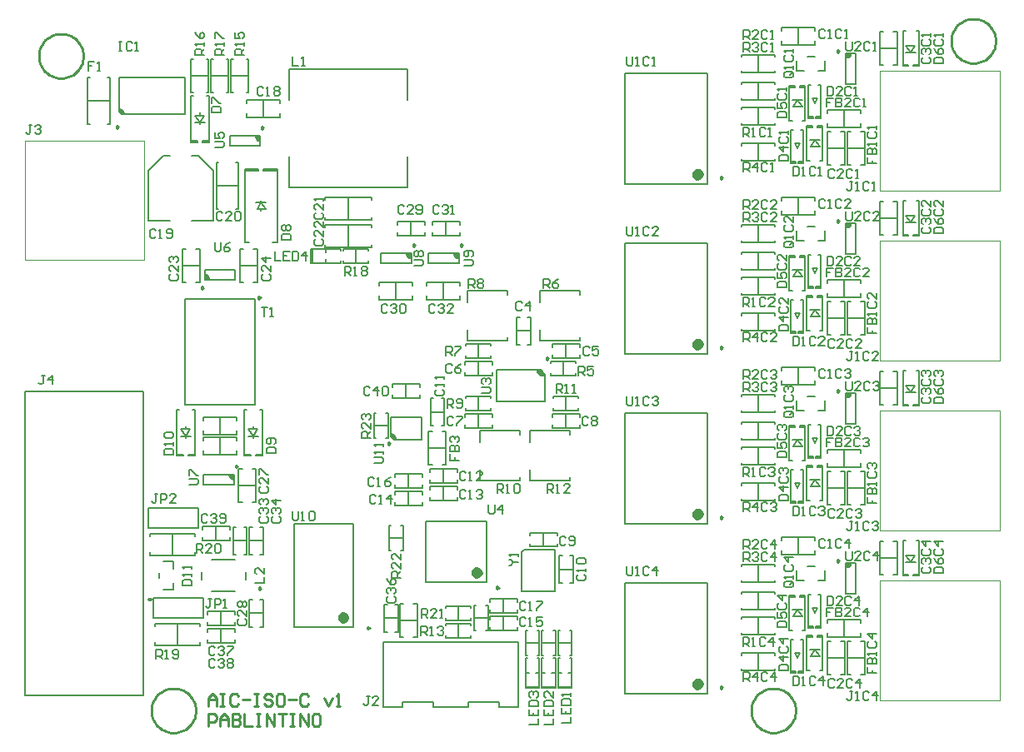
<source format=gto>
G04*
G04 #@! TF.GenerationSoftware,Altium Limited,Altium Designer,20.1.11 (218)*
G04*
G04 Layer_Color=65535*
%FSLAX25Y25*%
%MOIN*%
G70*
G04*
G04 #@! TF.SameCoordinates,72BFA0CC-D413-471F-905E-0F2E94EAAD8C*
G04*
G04*
G04 #@! TF.FilePolarity,Positive*
G04*
G01*
G75*
%ADD10C,0.00787*%
%ADD11C,0.00984*%
%ADD12C,0.01000*%
%ADD13C,0.02362*%
%ADD14C,0.00394*%
%ADD15C,0.01181*%
%ADD16C,0.00591*%
%ADD17C,0.00500*%
%ADD18C,0.00400*%
%ADD19C,0.00900*%
%ADD20C,0.00600*%
%ADD21R,0.01862X0.00787*%
%ADD22R,0.02000X0.00701*%
G36*
X204102Y244468D02*
Y242500D01*
X203512D01*
X202331Y243681D01*
Y244468D01*
X204102D01*
D02*
G37*
G36*
X192398Y322532D02*
Y324500D01*
X192988D01*
X194169Y323319D01*
Y322532D01*
X192398D01*
D02*
G37*
G36*
X267488Y259063D02*
X267094Y260638D01*
X267685D01*
X268866Y259457D01*
Y258669D01*
X267488Y259063D01*
D02*
G37*
G36*
X158606Y389504D02*
X158311Y390685D01*
X158902D01*
X160083Y389504D01*
Y388717D01*
X158606Y389504D01*
D02*
G37*
G36*
X214602Y379969D02*
Y378000D01*
X214012D01*
X212831Y379181D01*
Y379969D01*
X214602D01*
D02*
G37*
G36*
X275102Y332968D02*
Y331000D01*
X274512D01*
X273331Y332181D01*
Y332968D01*
X275102D01*
D02*
G37*
G36*
X325397Y286298D02*
Y286002D01*
X325543Y285430D01*
X325825Y284911D01*
X326225Y284477D01*
X326721Y284156D01*
X327280Y283966D01*
X327869Y283920D01*
X328451Y284019D01*
X328720Y284140D01*
Y284140D01*
X326579Y286298D01*
X325397Y286298D01*
D02*
G37*
G36*
X449031Y277102D02*
X451000D01*
Y276512D01*
X449819Y275331D01*
X449031D01*
Y277102D01*
D02*
G37*
G36*
Y209102D02*
X451000D01*
Y208512D01*
X449819Y207331D01*
X449031D01*
Y209102D01*
D02*
G37*
G36*
X294102Y332968D02*
Y331000D01*
X293512D01*
X292331Y332181D01*
Y332968D01*
X294102D01*
D02*
G37*
G36*
X449031Y345102D02*
X451000D01*
Y344512D01*
X449819Y343331D01*
X449031D01*
Y345102D01*
D02*
G37*
G36*
Y413102D02*
X451000D01*
Y412512D01*
X449819Y411331D01*
X449031D01*
Y413102D01*
D02*
G37*
D10*
X292331Y332772D02*
X292568Y331886D01*
X293216Y331237D01*
X294102Y331000D01*
X273331Y332772D02*
X273568Y331886D01*
X274217Y331237D01*
X275102Y331000D01*
X268866Y258866D02*
X268629Y259752D01*
X267980Y260400D01*
X267094Y260638D01*
X325397Y286298D02*
X325578Y285392D01*
X326091Y284625D01*
X326860Y284114D01*
X327765Y283935D01*
X328670Y284118D01*
X194169Y322728D02*
X193932Y323614D01*
X193283Y324263D01*
X192398Y324500D01*
X212831Y379772D02*
X213068Y378886D01*
X213717Y378237D01*
X214602Y378000D01*
X202331Y244272D02*
X202568Y243386D01*
X203217Y242737D01*
X204102Y242500D01*
X449228Y207331D02*
X450114Y207568D01*
X450763Y208217D01*
X451000Y209102D01*
X449228Y275331D02*
X450114Y275568D01*
X450763Y276217D01*
X451000Y277102D01*
X449228Y343331D02*
X450114Y343568D01*
X450763Y344216D01*
X451000Y345102D01*
X449228Y411331D02*
X450114Y411568D01*
X450763Y412217D01*
X451000Y413102D01*
X160083Y388913D02*
X159845Y389799D01*
X159197Y390448D01*
X158311Y390685D01*
X473032Y416181D02*
X476575D01*
X473032D02*
X475000Y413425D01*
X476575Y416181D01*
X473032Y413425D02*
X476968D01*
X292331Y332772D02*
Y332968D01*
X294102Y329031D02*
Y332968D01*
X281898Y329031D02*
Y332968D01*
X294102D01*
X281898Y329031D02*
X294102D01*
X273331Y332772D02*
Y332968D01*
X275102Y329031D02*
Y332968D01*
X262898Y329031D02*
Y332968D01*
X275102D01*
X262898Y329031D02*
X275102D01*
X184500Y272300D02*
Y314700D01*
X212500D01*
X184500Y272300D02*
X212500D01*
Y314700D01*
X268079Y258472D02*
X279102D01*
X266898Y259653D02*
X268079Y258472D01*
X266898Y259653D02*
Y267528D01*
X279102Y258472D02*
Y267528D01*
X266898D02*
X279102D01*
X268866Y258669D02*
Y258866D01*
X322520Y262039D02*
X338661D01*
Y260563D02*
Y262039D01*
Y242000D02*
Y243500D01*
X322520Y257512D02*
Y262039D01*
Y241961D02*
Y246488D01*
Y241961D02*
X338661D01*
X302520Y262039D02*
X318661D01*
Y260563D02*
Y262039D01*
Y242000D02*
Y243500D01*
X302520Y257512D02*
Y262039D01*
Y241961D02*
Y246488D01*
Y241961D02*
X318661D01*
X297520Y318039D02*
X313661D01*
Y316563D02*
Y318039D01*
Y298000D02*
Y299500D01*
X297520Y313512D02*
Y318039D01*
Y297961D02*
Y302488D01*
Y297961D02*
X313661D01*
X326520Y318039D02*
X342661D01*
Y316563D02*
Y318039D01*
Y298000D02*
Y299500D01*
X326520Y313512D02*
Y318039D01*
Y297961D02*
Y302488D01*
Y297961D02*
X342661D01*
X309157Y286298D02*
X326921D01*
X328720Y284498D01*
Y273699D02*
Y284498D01*
X309157Y273699D02*
X328720D01*
X309157D02*
Y286298D01*
X179500Y212169D02*
Y220831D01*
X188555Y219650D02*
Y220831D01*
X170445D02*
X188555D01*
X170445Y219650D02*
Y220831D01*
Y212169D02*
Y213350D01*
Y212169D02*
X188555D01*
Y213350D01*
X181500Y176169D02*
Y184831D01*
X190555Y183650D02*
Y184831D01*
X172445D02*
X190555D01*
X172445Y183650D02*
Y184831D01*
Y176169D02*
Y177350D01*
Y176169D02*
X190555D01*
Y177350D01*
X194169Y322532D02*
Y322728D01*
X192398Y322532D02*
Y326468D01*
X204602Y322532D02*
Y326468D01*
X192398Y322532D02*
X204602D01*
X192398Y326468D02*
X204602D01*
X215000Y350031D02*
Y350819D01*
Y353575D02*
Y353969D01*
X213425Y350819D02*
X216968D01*
X215000Y353575D02*
X216968Y350819D01*
X213425D02*
X215000Y353575D01*
X213032D02*
X216968D01*
X216000Y366764D02*
X221500D01*
Y337500D02*
Y366764D01*
X216000Y366000D02*
Y366764D01*
Y366000D02*
X221500D01*
X208500D02*
X214000D01*
Y366764D01*
X219626Y337500D02*
X221500D01*
X208500Y366764D02*
X214000D01*
X208500Y337500D02*
X210374D01*
X208500D02*
Y366764D01*
X212831Y379772D02*
Y379969D01*
X214602Y376031D02*
Y379969D01*
X202398Y376031D02*
Y379969D01*
X214602D01*
X202398Y376031D02*
X214602D01*
X183031Y259925D02*
X186969D01*
X185000D02*
X186575Y262681D01*
X183031D02*
X185000Y259925D01*
X183031Y262681D02*
X186575D01*
X185000Y259138D02*
Y259925D01*
Y262681D02*
Y263862D01*
X210032Y259925D02*
X213968D01*
X212000D02*
X213575Y262681D01*
X210032D02*
X212000Y259925D01*
X210032Y262681D02*
X213575D01*
X212000Y259138D02*
Y259925D01*
Y262681D02*
Y263862D01*
X187331Y346000D02*
X196000D01*
Y366000D01*
X190000Y372000D02*
X196000Y366000D01*
X187331Y372000D02*
X190000D01*
X170000Y346000D02*
X178669D01*
X170000D02*
Y366000D01*
X176000Y372000D01*
X178669D01*
X228189Y224669D02*
X251811D01*
X228189Y183331D02*
X251811D01*
X228189D02*
Y224669D01*
X251811Y183331D02*
Y224669D01*
X280795Y225705D02*
X305205D01*
X280795Y201295D02*
X305205D01*
X280795D02*
Y225705D01*
X305205Y201295D02*
Y225705D01*
X319307Y210331D02*
Y213480D01*
X320094Y214268D01*
X332693D01*
Y197732D02*
Y214268D01*
X319307Y197732D02*
X332693D01*
X319307D02*
Y210331D01*
X191898Y240531D02*
X204102D01*
X191898Y244468D02*
X204102D01*
X191898Y240531D02*
Y244468D01*
X204102Y240531D02*
Y244468D01*
X202331Y244272D02*
Y244468D01*
X452969Y196898D02*
Y209102D01*
X449031Y196898D02*
Y209102D01*
Y196898D02*
X452969D01*
X449031Y209102D02*
X452969D01*
X449031Y207331D02*
X449228D01*
X452969Y264898D02*
Y277102D01*
X449031Y264898D02*
Y277102D01*
Y264898D02*
X452969D01*
X449031Y277102D02*
X452969D01*
X449031Y275331D02*
X449228D01*
X452969Y332898D02*
Y345102D01*
X449031Y332898D02*
Y345102D01*
Y332898D02*
X452969D01*
X449031Y345102D02*
X452969D01*
X449031Y343331D02*
X449228D01*
X452969Y400898D02*
Y413102D01*
X449031Y400898D02*
Y413102D01*
Y400898D02*
X452969D01*
X449031Y413102D02*
X452969D01*
X449031Y411331D02*
X449228D01*
X360465Y201244D02*
X393535D01*
X360465Y156756D02*
X393535D01*
X360465D02*
Y201244D01*
X393535Y156756D02*
Y201244D01*
X360465Y269244D02*
X393535D01*
X360465Y224756D02*
X393535D01*
X360465D02*
Y269244D01*
X393535Y224756D02*
Y269244D01*
X360465Y337244D02*
X393535D01*
X360465Y292756D02*
X393535D01*
X360465D02*
Y337244D01*
X393535Y292756D02*
Y337244D01*
X360465Y405244D02*
X393535D01*
X360465Y360756D02*
X393535D01*
X360465D02*
Y405244D01*
X393535Y360756D02*
Y405244D01*
X433524Y207756D02*
X436476D01*
X440709Y202244D02*
Y206181D01*
X437854Y202244D02*
X440709D01*
X429291D02*
Y206181D01*
Y202244D02*
X432146D01*
X433524Y275756D02*
X436476D01*
X440709Y270244D02*
Y274181D01*
X437854Y270244D02*
X440709D01*
X429291D02*
Y274181D01*
Y270244D02*
X432146D01*
X433524Y343756D02*
X436476D01*
X440709Y338244D02*
Y342181D01*
X437854Y338244D02*
X440709D01*
X429291D02*
Y342181D01*
Y338244D02*
X432146D01*
X433524Y411756D02*
X436476D01*
X440709Y406244D02*
Y410181D01*
X437854Y406244D02*
X440709D01*
X429291D02*
Y410181D01*
Y406244D02*
X432146D01*
X191142Y202425D02*
Y205575D01*
X208858Y202425D02*
Y205575D01*
X195276Y210299D02*
X204724D01*
X195276Y197701D02*
X204724D01*
X158311Y403284D02*
X184689D01*
Y388717D02*
Y403284D01*
X160083Y388717D02*
Y388913D01*
X159197Y388717D02*
X184689D01*
X158311Y389602D02*
X159197Y388717D01*
X158311Y389602D02*
Y403284D01*
X174244Y203016D02*
Y204984D01*
X175819Y209709D02*
X179756D01*
Y206854D02*
Y209709D01*
X175819Y198291D02*
X179756D01*
Y201146D01*
X188531Y385425D02*
X192469D01*
X190500D02*
X192075Y388181D01*
X188531D02*
X190500Y385425D01*
X188531Y388181D02*
X192075D01*
X190500Y384638D02*
Y385425D01*
Y388181D02*
Y389362D01*
X473032Y209425D02*
X476968D01*
X475000D02*
X476575Y212181D01*
X473032D02*
X475000Y209425D01*
X473032Y212181D02*
X476575D01*
X473032Y277425D02*
X476968D01*
X475000D02*
X476575Y280181D01*
X473032D02*
X475000Y277425D01*
X473032Y280181D02*
X476575D01*
X473032Y345425D02*
X476968D01*
X475000D02*
X476575Y348181D01*
X473032D02*
X475000Y345425D01*
X473032Y348181D02*
X476575D01*
X427531Y190575D02*
X431468D01*
X427925Y187819D02*
X429500Y190575D01*
X431468Y187819D01*
X427925D02*
X431468D01*
X427531Y258575D02*
X431468D01*
X427925Y255819D02*
X429500Y258575D01*
X431468Y255819D01*
X427925D02*
X431468D01*
X427531Y326575D02*
X431468D01*
X427925Y323819D02*
X429500Y326575D01*
X431468Y323819D01*
X427925D02*
X431468D01*
X427531Y394575D02*
X431468D01*
X427925Y391819D02*
X429500Y394575D01*
X431468Y391819D01*
X427925D02*
X431468D01*
X428508Y172984D02*
X430476D01*
X429492Y171016D02*
X430476Y172984D01*
X428508D02*
X429492Y171016D01*
X428508Y240984D02*
X430476D01*
X429492Y239016D02*
X430476Y240984D01*
X428508D02*
X429492Y239016D01*
X428508Y308984D02*
X430476D01*
X429492Y307016D02*
X430476Y308984D01*
X428508D02*
X429492Y307016D01*
X428508Y376984D02*
X430476D01*
X429492Y375016D02*
X430476Y376984D01*
X428508D02*
X429492Y375016D01*
X435508Y190984D02*
X437476D01*
X436492Y189016D02*
X437476Y190984D01*
X435508D02*
X436492Y189016D01*
X435508Y258984D02*
X437476D01*
X436492Y257016D02*
X437476Y258984D01*
X435508D02*
X436492Y257016D01*
X435508Y326984D02*
X437476D01*
X436492Y325016D02*
X437476Y326984D01*
X435508D02*
X436492Y325016D01*
X435508Y394984D02*
X437476D01*
X436492Y393016D02*
X437476Y394984D01*
X435508D02*
X436492Y393016D01*
X434531Y174575D02*
X438469D01*
X434925Y171819D02*
X436500Y174575D01*
X438469Y171819D01*
X434925D02*
X438469D01*
X434531Y242575D02*
X438469D01*
X434925Y239819D02*
X436500Y242575D01*
X438469Y239819D01*
X434925D02*
X438469D01*
X434531Y310575D02*
X438469D01*
X434925Y307819D02*
X436500Y310575D01*
X438469Y307819D01*
X434925D02*
X438469D01*
X434531Y378575D02*
X438469D01*
X434925Y375819D02*
X436500Y378575D01*
X438469Y375819D01*
X434925D02*
X438469D01*
D11*
X295480Y336315D02*
X294742Y336741D01*
Y335889D01*
X295480Y336315D01*
X276480D02*
X275742Y336741D01*
Y335889D01*
X276480Y336315D01*
X214740Y315350D02*
X214002Y315777D01*
Y314924D01*
X214740Y315350D01*
X266504Y256996D02*
X265766Y257422D01*
Y256570D01*
X266504Y256996D01*
X330024Y290992D02*
X329285Y291419D01*
Y290566D01*
X330024Y290992D01*
X192004Y319185D02*
X191266Y319611D01*
Y318759D01*
X192004Y319185D01*
X215980Y383315D02*
X215242Y383741D01*
Y382889D01*
X215980Y383315D01*
X258405Y183153D02*
X257667Y183580D01*
Y182727D01*
X258405Y183153D01*
X310126Y199228D02*
X309388Y199654D01*
Y198802D01*
X310126Y199228D01*
X205480Y247815D02*
X204742Y248241D01*
Y247389D01*
X205480Y247815D01*
X446177Y209988D02*
X445439Y210414D01*
Y209562D01*
X446177Y209988D01*
Y277988D02*
X445439Y278414D01*
Y277562D01*
X446177Y277988D01*
Y345988D02*
X445439Y346414D01*
Y345562D01*
X446177Y345988D01*
Y413988D02*
X445439Y414414D01*
Y413562D01*
X446177Y413988D01*
X399638Y159276D02*
X398900Y159702D01*
Y158849D01*
X399638Y159276D01*
Y227276D02*
X398900Y227702D01*
Y226849D01*
X399638Y227276D01*
Y295276D02*
X398900Y295702D01*
Y294849D01*
X399638Y295276D01*
Y363276D02*
X398900Y363702D01*
Y362849D01*
X399638Y363276D01*
X214961Y198882D02*
X214222Y199308D01*
Y198456D01*
X214961Y198882D01*
X157819Y383598D02*
X157081Y384025D01*
Y383172D01*
X157819Y383598D01*
D12*
X428900Y150000D02*
X428844Y150996D01*
X428677Y151980D01*
X428401Y152939D01*
X428019Y153862D01*
X427536Y154735D01*
X426958Y155549D01*
X426293Y156293D01*
X425549Y156958D01*
X424735Y157536D01*
X423862Y158019D01*
X422939Y158401D01*
X421980Y158677D01*
X420997Y158844D01*
X420000Y158900D01*
X419003Y158844D01*
X418020Y158677D01*
X417061Y158401D01*
X416138Y158019D01*
X415265Y157536D01*
X414451Y156958D01*
X413707Y156293D01*
X413042Y155549D01*
X412464Y154735D01*
X411981Y153862D01*
X411599Y152939D01*
X411323Y151980D01*
X411156Y150996D01*
X411100Y150000D01*
X411156Y149004D01*
X411323Y148020D01*
X411599Y147061D01*
X411981Y146138D01*
X412464Y145265D01*
X413042Y144451D01*
X413707Y143707D01*
X414451Y143042D01*
X415265Y142464D01*
X416138Y141981D01*
X417061Y141599D01*
X418020Y141323D01*
X419003Y141156D01*
X420000Y141100D01*
X420997Y141156D01*
X421980Y141323D01*
X422939Y141599D01*
X423862Y141981D01*
X424735Y142464D01*
X425549Y143042D01*
X426293Y143707D01*
X426958Y144451D01*
X427536Y145265D01*
X428019Y146138D01*
X428401Y147061D01*
X428677Y148020D01*
X428844Y149004D01*
X428900Y150000D01*
X188900Y150000D02*
X188844Y150996D01*
X188677Y151980D01*
X188401Y152939D01*
X188019Y153862D01*
X187536Y154735D01*
X186958Y155549D01*
X186293Y156293D01*
X185549Y156958D01*
X184735Y157536D01*
X183862Y158019D01*
X182940Y158401D01*
X181980Y158677D01*
X180997Y158844D01*
X180000Y158900D01*
X179004Y158844D01*
X178020Y158677D01*
X177060Y158401D01*
X176138Y158019D01*
X175265Y157536D01*
X174451Y156958D01*
X173707Y156293D01*
X173042Y155549D01*
X172464Y154735D01*
X171981Y153862D01*
X171599Y152939D01*
X171323Y151980D01*
X171156Y150996D01*
X171100Y150000D01*
X171156Y149004D01*
X171323Y148020D01*
X171599Y147061D01*
X171981Y146138D01*
X172464Y145265D01*
X173042Y144451D01*
X173707Y143707D01*
X174451Y143042D01*
X175265Y142464D01*
X176138Y141981D01*
X177060Y141599D01*
X178020Y141323D01*
X179004Y141156D01*
X180000Y141100D01*
X180997Y141156D01*
X181980Y141323D01*
X182940Y141599D01*
X183862Y141981D01*
X184735Y142464D01*
X185549Y143042D01*
X186293Y143707D01*
X186958Y144451D01*
X187536Y145265D01*
X188019Y146138D01*
X188401Y147061D01*
X188677Y148020D01*
X188844Y149004D01*
X188900Y150000D01*
X508900Y418000D02*
X508844Y418996D01*
X508677Y419980D01*
X508401Y420939D01*
X508019Y421862D01*
X507536Y422735D01*
X506958Y423549D01*
X506293Y424293D01*
X505549Y424958D01*
X504735Y425536D01*
X503862Y426019D01*
X502940Y426401D01*
X501980Y426677D01*
X500996Y426844D01*
X500000Y426900D01*
X499004Y426844D01*
X498020Y426677D01*
X497060Y426401D01*
X496138Y426019D01*
X495265Y425536D01*
X494451Y424958D01*
X493707Y424293D01*
X493042Y423549D01*
X492464Y422735D01*
X491981Y421862D01*
X491599Y420939D01*
X491323Y419980D01*
X491156Y418996D01*
X491100Y418000D01*
X491156Y417003D01*
X491323Y416020D01*
X491599Y415061D01*
X491981Y414138D01*
X492464Y413265D01*
X493042Y412451D01*
X493707Y411707D01*
X494451Y411042D01*
X495265Y410464D01*
X496138Y409981D01*
X497060Y409599D01*
X498020Y409323D01*
X499004Y409156D01*
X500000Y409100D01*
X500996Y409156D01*
X501980Y409323D01*
X502940Y409599D01*
X503862Y409981D01*
X504735Y410464D01*
X505549Y411042D01*
X506293Y411707D01*
X506958Y412451D01*
X507536Y413265D01*
X508019Y414138D01*
X508401Y415061D01*
X508677Y416019D01*
X508844Y417003D01*
X508900Y418000D01*
X143900Y412000D02*
X143844Y412996D01*
X143677Y413980D01*
X143401Y414939D01*
X143019Y415862D01*
X142536Y416735D01*
X141958Y417549D01*
X141293Y418293D01*
X140549Y418958D01*
X139735Y419536D01*
X138862Y420019D01*
X137940Y420401D01*
X136980Y420677D01*
X135996Y420844D01*
X135000Y420900D01*
X134003Y420844D01*
X133020Y420677D01*
X132061Y420401D01*
X131138Y420019D01*
X130265Y419536D01*
X129451Y418958D01*
X128707Y418293D01*
X128042Y417549D01*
X127464Y416735D01*
X126981Y415862D01*
X126599Y414939D01*
X126323Y413980D01*
X126156Y412996D01*
X126100Y412000D01*
X126156Y411003D01*
X126323Y410020D01*
X126599Y409060D01*
X126981Y408138D01*
X127464Y407265D01*
X128042Y406451D01*
X128707Y405707D01*
X129451Y405042D01*
X130265Y404464D01*
X131138Y403981D01*
X132061Y403599D01*
X133020Y403323D01*
X134003Y403156D01*
X135000Y403100D01*
X135996Y403156D01*
X136980Y403323D01*
X137940Y403599D01*
X138862Y403981D01*
X139735Y404464D01*
X140549Y405042D01*
X141293Y405707D01*
X141958Y406451D01*
X142536Y407265D01*
X143019Y408138D01*
X143401Y409060D01*
X143677Y410019D01*
X143844Y411003D01*
X143900Y412000D01*
D13*
X249055Y187268D02*
X248610Y188191D01*
X247611Y188419D01*
X246810Y187780D01*
Y186755D01*
X247611Y186116D01*
X248610Y186344D01*
X249055Y187268D01*
X302449Y205232D02*
X302004Y206156D01*
X301005Y206384D01*
X300204Y205745D01*
Y204720D01*
X301005Y204081D01*
X302004Y204309D01*
X302449Y205232D01*
X390779Y160693D02*
X390335Y161616D01*
X389336Y161844D01*
X388534Y161205D01*
Y160180D01*
X389336Y159541D01*
X390335Y159769D01*
X390779Y160693D01*
Y228693D02*
X390335Y229616D01*
X389336Y229844D01*
X388534Y229205D01*
Y228181D01*
X389336Y227541D01*
X390335Y227769D01*
X390779Y228693D01*
Y296693D02*
X390335Y297616D01*
X389336Y297844D01*
X388534Y297205D01*
Y296181D01*
X389336Y295541D01*
X390335Y295770D01*
X390779Y296693D01*
Y364693D02*
X390335Y365616D01*
X389336Y365844D01*
X388534Y365205D01*
Y364180D01*
X389336Y363541D01*
X390335Y363770D01*
X390779Y364693D01*
D14*
X319110Y214661D02*
D03*
D15*
X170886Y194465D02*
X170098D01*
X170886D01*
D16*
X476000Y408000D02*
X478150D01*
X477067Y422000D02*
X478150D01*
Y408000D02*
Y422000D01*
X471850Y408000D02*
X474000D01*
Y408500D01*
X471850D02*
X474000D01*
X471850Y422000D02*
X472933D01*
X471850Y408000D02*
Y422000D01*
Y408000D02*
X472350Y408500D01*
X477650D02*
X478150Y408000D01*
X476000D02*
Y408500D01*
X478150D01*
X235000Y329244D02*
Y333000D01*
X235500D01*
X235000D02*
Y334756D01*
X235500D01*
X247000Y329244D02*
Y330000D01*
X235094Y329244D02*
X247000D01*
X235500Y333000D02*
Y334756D01*
X235094D02*
X247000D01*
Y334000D02*
Y334756D01*
X235000Y329244D02*
X235500D01*
X235000Y333000D02*
X235500D01*
Y329244D02*
Y333000D01*
X241000Y333378D02*
Y334756D01*
Y329244D02*
Y330622D01*
X322500Y159059D02*
X326256D01*
X322500D02*
Y159559D01*
X320744Y159059D02*
X322500D01*
X320744D02*
Y159559D01*
X325500Y171059D02*
X326256D01*
Y159153D02*
Y171059D01*
X320744Y159559D02*
X322500D01*
X320744Y159153D02*
Y171059D01*
X321500D01*
X326256Y159059D02*
Y159559D01*
X322500Y159059D02*
Y159559D01*
X326256D01*
X320744Y165059D02*
X322122D01*
X324878D02*
X326256D01*
X327244Y171059D02*
X328000D01*
X327244Y159153D02*
Y171059D01*
Y159559D02*
X329000D01*
X332756D01*
Y159153D02*
Y171059D01*
X332000D02*
X332756D01*
X327244Y159059D02*
Y159559D01*
Y159059D02*
X329000D01*
Y159559D01*
X332756Y159059D02*
Y159559D01*
X329000Y159059D02*
X332756D01*
X329000D02*
Y159559D01*
X327244Y165059D02*
X328622D01*
X331378D02*
X332756D01*
X333744Y171059D02*
X334500D01*
X333744Y159153D02*
Y171059D01*
Y159559D02*
X335500D01*
X339256D01*
Y159153D02*
Y171059D01*
X338500D02*
X339256D01*
X333744Y159059D02*
Y159559D01*
Y159059D02*
X335500D01*
Y159559D01*
X339256Y159059D02*
Y159559D01*
X335500Y159059D02*
X339256D01*
X335500D02*
Y159559D01*
X333744Y165059D02*
X335122D01*
X337878D02*
X339256D01*
X275000Y340244D02*
Y345756D01*
X269488Y344575D02*
Y345756D01*
X280512D01*
Y344575D02*
Y345756D01*
Y340244D02*
Y341425D01*
X269488Y340244D02*
X280512D01*
X269488D02*
Y341425D01*
X288000Y234244D02*
Y239756D01*
X282488Y238575D02*
Y239756D01*
X293512D01*
Y238575D02*
Y239756D01*
Y234244D02*
Y235425D01*
X282488Y234244D02*
X293512D01*
X282488D02*
Y235425D01*
X262307Y319969D02*
Y321543D01*
X275693D01*
Y319969D02*
Y321543D01*
Y314457D02*
Y316032D01*
X262307Y314457D02*
X275693D01*
X262307D02*
Y316032D01*
X269000Y314457D02*
Y321543D01*
X281307Y319969D02*
Y321543D01*
X294693D01*
Y319969D02*
Y321543D01*
Y314457D02*
Y316032D01*
X281307Y314457D02*
X294693D01*
X281307D02*
Y316032D01*
X288000Y314457D02*
Y321543D01*
X293512Y245575D02*
Y246756D01*
X282488D02*
X293512D01*
X282488Y245575D02*
Y246756D01*
Y241244D02*
Y242425D01*
Y241244D02*
X293512D01*
Y242425D01*
X288000Y241244D02*
Y246756D01*
X253000Y329244D02*
Y334756D01*
X258000Y329244D02*
Y330000D01*
X248000Y329244D02*
X258000D01*
X248000D02*
Y330000D01*
Y334000D02*
Y334756D01*
X258000D01*
Y334000D02*
Y334756D01*
X153445Y384650D02*
X154429D01*
Y403350D01*
X153445D02*
X154429D01*
X145571D02*
X146555D01*
X145571Y384650D02*
Y403350D01*
Y384650D02*
X146555D01*
X145571Y394000D02*
X154429D01*
X294512Y344575D02*
Y345756D01*
X283488D02*
X294512D01*
X283488Y344575D02*
Y345756D01*
Y340244D02*
Y341425D01*
Y340244D02*
X294512D01*
Y341425D01*
X289000Y340244D02*
Y345756D01*
X250000Y346571D02*
Y355429D01*
X259350Y346571D02*
Y347555D01*
X240650Y346571D02*
X259350D01*
X240650D02*
Y347555D01*
Y354445D02*
Y355429D01*
X259350D01*
Y354445D02*
Y355429D01*
X250000Y335571D02*
Y344429D01*
X259350Y335571D02*
Y336555D01*
X240650Y335571D02*
X259350D01*
X240650D02*
Y336555D01*
Y343445D02*
Y344429D01*
X259350D01*
Y343445D02*
Y344429D01*
X197071Y360000D02*
X205929D01*
X204945Y369350D02*
X205929D01*
Y350650D02*
Y369350D01*
X204945Y350650D02*
X205929D01*
X197071D02*
X198055D01*
X197071D02*
Y369350D01*
X198055D01*
X210244Y189000D02*
X215756D01*
X210244Y183488D02*
X211425D01*
X210244D02*
Y194512D01*
X211425D01*
X214575D02*
X215756D01*
Y183488D02*
Y194512D01*
X214575Y183488D02*
X215756D01*
X287075Y263988D02*
X288256D01*
Y275012D01*
X287075D02*
X288256D01*
X282744D02*
X283925D01*
X282744Y263988D02*
Y275012D01*
Y263988D02*
X283925D01*
X282744Y269500D02*
X288256D01*
X267488Y275244D02*
Y276425D01*
Y275244D02*
X278512D01*
Y276425D01*
Y279575D02*
Y280756D01*
X267488D02*
X278512D01*
X267488Y279575D02*
Y280756D01*
X273000Y275244D02*
Y280756D01*
X317244Y307512D02*
X318425D01*
X317244Y296488D02*
Y307512D01*
Y296488D02*
X318425D01*
X321575D02*
X322756D01*
Y307512D01*
X321575D02*
X322756D01*
X317244Y302000D02*
X322756D01*
X342000Y275000D02*
Y275756D01*
X332000D02*
X342000D01*
X332000Y275000D02*
Y275756D01*
Y270244D02*
Y271000D01*
Y270244D02*
X342000D01*
Y271000D01*
X337000Y270244D02*
Y275756D01*
X297000Y270244D02*
Y271000D01*
Y270244D02*
X307000D01*
Y271000D01*
Y275000D02*
Y275756D01*
X297000D02*
X307000D01*
X297000Y275000D02*
Y275756D01*
X302000Y270244D02*
Y275756D01*
X297000Y291244D02*
Y292000D01*
Y291244D02*
X307000D01*
Y292000D01*
Y296000D02*
Y296756D01*
X297000D02*
X307000D01*
X297000Y296000D02*
Y296756D01*
X302000Y291244D02*
Y296756D01*
X341000Y289000D02*
Y289756D01*
X331000D02*
X341000D01*
X331000Y289000D02*
Y289756D01*
Y284244D02*
Y285000D01*
Y284244D02*
X341000D01*
Y285000D01*
X336000Y284244D02*
Y289756D01*
X331488Y263244D02*
Y264425D01*
Y263244D02*
X342512D01*
Y264425D01*
Y267575D02*
Y268756D01*
X331488D02*
X342512D01*
X331488Y267575D02*
Y268756D01*
X337000Y263244D02*
Y268756D01*
X307512Y267575D02*
Y268756D01*
X296488D02*
X307512D01*
X296488Y267575D02*
Y268756D01*
Y263244D02*
Y264425D01*
Y263244D02*
X307512D01*
Y264425D01*
X302000Y263244D02*
Y268756D01*
X307512Y288575D02*
Y289756D01*
X296488D02*
X307512D01*
X296488Y288575D02*
Y289756D01*
Y284244D02*
Y285425D01*
Y284244D02*
X307512D01*
Y285425D01*
X302000Y284244D02*
Y289756D01*
X331488Y291244D02*
Y292425D01*
Y291244D02*
X342512D01*
Y292425D01*
Y295575D02*
Y296756D01*
X331488D02*
X342512D01*
X331488Y295575D02*
Y296756D01*
X337000Y291244D02*
Y296756D01*
X204512Y181575D02*
Y182756D01*
X193488D02*
X204512D01*
X193488Y181575D02*
Y182756D01*
Y177244D02*
Y178425D01*
Y177244D02*
X204512D01*
Y178425D01*
X199000Y177244D02*
Y182756D01*
X299000Y184000D02*
Y184756D01*
X289000D02*
X299000D01*
X289000Y184000D02*
Y184756D01*
Y179244D02*
Y180000D01*
Y179244D02*
X299000D01*
Y180000D01*
X294000Y179244D02*
Y184756D01*
X188969Y334693D02*
X190543D01*
Y321307D02*
Y334693D01*
X188969Y321307D02*
X190543D01*
X183457D02*
X185031D01*
X183457D02*
Y334693D01*
X185031D01*
X183457Y328000D02*
X190543D01*
X194957Y397307D02*
X195744D01*
X194957D02*
Y410693D01*
X195744D01*
X201256Y397307D02*
X202043D01*
Y410693D01*
X201256D02*
X202043D01*
X194957Y404000D02*
X202043D01*
X181394Y270555D02*
X182343D01*
X181394Y252500D02*
Y270555D01*
Y252000D02*
Y252500D01*
Y252000D02*
X184000D01*
Y252500D01*
X181394D02*
X184000D01*
X186000D02*
X188606D01*
X186000Y252000D02*
Y252500D01*
Y252000D02*
X188606D01*
Y252500D01*
Y270555D01*
X187657D02*
X188606D01*
X208394D02*
X209343D01*
X208394Y252500D02*
Y270555D01*
Y252000D02*
Y252500D01*
Y252000D02*
X211000D01*
Y252500D01*
X208394D02*
X211000D01*
X213000D02*
X215606D01*
X213000Y252000D02*
Y252500D01*
Y252000D02*
X215606D01*
Y252500D01*
Y270555D01*
X214657D02*
X215606D01*
X214575Y212488D02*
X215756D01*
Y223512D01*
X214575D02*
X215756D01*
X210244D02*
X211425D01*
X210244Y212488D02*
Y223512D01*
Y212488D02*
X211425D01*
X210244Y218000D02*
X215756D01*
X260244Y269000D02*
X261000D01*
X260244Y259000D02*
Y269000D01*
Y259000D02*
X261000D01*
X265000D02*
X265756D01*
Y269000D01*
X265000D02*
X265756D01*
X260244Y264000D02*
X265756D01*
X266244Y224000D02*
X267000D01*
X266244Y214000D02*
Y224000D01*
Y214000D02*
X267000D01*
X271000D02*
X271756D01*
Y224000D01*
X271000D02*
X271756D01*
X266244Y219000D02*
X271756D01*
X289000Y186244D02*
Y187000D01*
Y186244D02*
X299000D01*
Y187000D01*
Y191000D02*
Y191756D01*
X289000D02*
X299000D01*
X289000Y191000D02*
Y191756D01*
X294000Y186244D02*
Y191756D01*
X327244Y177059D02*
X332756D01*
X332000Y182059D02*
X332756D01*
Y172059D02*
Y182059D01*
X332000Y172059D02*
X332756D01*
X327244D02*
X328000D01*
X327244D02*
Y182059D01*
X328000D01*
X320744Y177059D02*
X326256D01*
X325500Y182059D02*
X326256D01*
Y172059D02*
Y182059D01*
X325500Y172059D02*
X326256D01*
X320744D02*
X321500D01*
X320744D02*
Y182059D01*
X321500D01*
X338575Y200988D02*
X339756D01*
Y212012D01*
X338575D02*
X339756D01*
X334244D02*
X335425D01*
X334244Y200988D02*
Y212012D01*
Y200988D02*
X335425D01*
X334244Y206500D02*
X339756D01*
X287469Y261693D02*
X289043D01*
Y248307D02*
Y261693D01*
X287469Y248307D02*
X289043D01*
X281957D02*
X283531D01*
X281957D02*
Y261693D01*
X283531D01*
X281957Y255000D02*
X289043D01*
X454843Y179457D02*
Y181032D01*
X441457Y179457D02*
X454843D01*
X441457D02*
Y181032D01*
Y184968D02*
Y186543D01*
X454843D01*
Y184968D02*
Y186543D01*
X448150Y179457D02*
Y186543D01*
X454843Y247457D02*
Y249031D01*
X441457Y247457D02*
X454843D01*
X441457D02*
Y249031D01*
Y252969D02*
Y254543D01*
X454843D01*
Y252969D02*
Y254543D01*
X448150Y247457D02*
Y254543D01*
X454843Y315457D02*
Y317032D01*
X441457Y315457D02*
X454843D01*
X441457D02*
Y317032D01*
Y320969D02*
Y322543D01*
X454843D01*
Y320969D02*
Y322543D01*
X448150Y315457D02*
Y322543D01*
X454843Y383457D02*
Y385032D01*
X441457Y383457D02*
X454843D01*
X441457D02*
Y385032D01*
Y388968D02*
Y390543D01*
X454843D01*
Y388968D02*
Y390543D01*
X448150Y383457D02*
Y390543D01*
X449457Y164307D02*
X451031D01*
X449457D02*
Y177693D01*
X451031D01*
X454969D02*
X456543D01*
Y164307D02*
Y177693D01*
X454969Y164307D02*
X456543D01*
X449457Y171000D02*
X456543D01*
X449457Y232307D02*
X451031D01*
X449457D02*
Y245693D01*
X451031D01*
X454969D02*
X456543D01*
Y232307D02*
Y245693D01*
X454969Y232307D02*
X456543D01*
X449457Y239000D02*
X456543D01*
X449457Y300307D02*
X451031D01*
X449457D02*
Y313693D01*
X451031D01*
X454969D02*
X456543D01*
Y300307D02*
Y313693D01*
X454969Y300307D02*
X456543D01*
X449457Y307000D02*
X456543D01*
X449457Y368307D02*
X451031D01*
X449457D02*
Y381693D01*
X451031D01*
X454969D02*
X456543D01*
Y368307D02*
Y381693D01*
X454969Y368307D02*
X456543D01*
X449457Y375000D02*
X456543D01*
X322488Y215744D02*
Y216925D01*
Y215744D02*
X333512D01*
Y216925D01*
Y220075D02*
Y221256D01*
X322488D02*
X333512D01*
X322488Y220075D02*
Y221256D01*
X328000Y215744D02*
Y221256D01*
X333744Y182059D02*
X334500D01*
X333744Y172059D02*
Y182059D01*
Y172059D02*
X334500D01*
X338500D02*
X339256D01*
Y182059D01*
X338500D02*
X339256D01*
X333744Y177059D02*
X339256D01*
X186957Y404000D02*
X194043D01*
X186957Y397307D02*
X187744D01*
X186957D02*
Y410693D01*
X187744D01*
X193256Y397307D02*
X194043D01*
Y410693D01*
X193256D02*
X194043D01*
X202957Y404000D02*
X210043D01*
X202957Y397307D02*
X203744D01*
X202957D02*
Y410693D01*
X203744D01*
X209256Y397307D02*
X210043D01*
Y410693D01*
X209256D02*
X210043D01*
X300244Y192000D02*
X301000D01*
X300244Y182000D02*
Y192000D01*
Y182000D02*
X301000D01*
X305000D02*
X305756D01*
Y192000D01*
X305000D02*
X305756D01*
X300244Y187000D02*
X305756D01*
X414000Y165957D02*
Y173043D01*
X420693Y165957D02*
Y166744D01*
X407307Y165957D02*
X420693D01*
X407307D02*
Y166744D01*
X420693Y172256D02*
Y173043D01*
X407307D02*
X420693D01*
X407307Y172256D02*
Y173043D01*
X414000Y233957D02*
Y241043D01*
X420693Y233957D02*
Y234744D01*
X407307Y233957D02*
X420693D01*
X407307D02*
Y234744D01*
X420693Y240256D02*
Y241043D01*
X407307D02*
X420693D01*
X407307Y240256D02*
Y241043D01*
X414000Y301957D02*
Y309043D01*
X420693Y301957D02*
Y302744D01*
X407307Y301957D02*
X420693D01*
X407307D02*
Y302744D01*
X420693Y308256D02*
Y309043D01*
X407307D02*
X420693D01*
X407307Y308256D02*
Y309043D01*
X414000Y369957D02*
Y377043D01*
X420693Y369957D02*
Y370744D01*
X407307Y369957D02*
X420693D01*
X407307D02*
Y370744D01*
X420693Y376256D02*
Y377043D01*
X407307D02*
X420693D01*
X407307Y376256D02*
Y377043D01*
X414000Y190457D02*
Y197543D01*
X407307Y196756D02*
Y197543D01*
X420693D01*
Y196756D02*
Y197543D01*
X407307Y190457D02*
Y191244D01*
Y190457D02*
X420693D01*
Y191244D01*
X414000Y258457D02*
Y265543D01*
X407307Y264756D02*
Y265543D01*
X420693D01*
Y264756D02*
Y265543D01*
X407307Y258457D02*
Y259244D01*
Y258457D02*
X420693D01*
Y259244D01*
X414000Y326457D02*
Y333543D01*
X407307Y332756D02*
Y333543D01*
X420693D01*
Y332756D02*
Y333543D01*
X407307Y326457D02*
Y327244D01*
Y326457D02*
X420693D01*
Y327244D01*
X414000Y394457D02*
Y401543D01*
X407307Y400756D02*
Y401543D01*
X420693D01*
Y400756D02*
Y401543D01*
X407307Y394457D02*
Y395244D01*
Y394457D02*
X420693D01*
Y395244D01*
X414000Y201457D02*
Y208543D01*
X407307Y207756D02*
Y208543D01*
X420693D01*
Y207756D02*
Y208543D01*
X407307Y201457D02*
Y202244D01*
Y201457D02*
X420693D01*
Y202244D01*
X414000Y269457D02*
Y276543D01*
X407307Y275756D02*
Y276543D01*
X420693D01*
Y275756D02*
Y276543D01*
X407307Y269457D02*
Y270244D01*
Y269457D02*
X420693D01*
Y270244D01*
X414000Y337457D02*
Y344543D01*
X407307Y343756D02*
Y344543D01*
X420693D01*
Y343756D02*
Y344543D01*
X407307Y337457D02*
Y338244D01*
Y337457D02*
X420693D01*
Y338244D01*
X414000Y405457D02*
Y412543D01*
X407307Y411756D02*
Y412543D01*
X420693D01*
Y411756D02*
Y412543D01*
X407307Y405457D02*
Y406244D01*
Y405457D02*
X420693D01*
Y406244D01*
X414000Y180457D02*
Y187543D01*
X407307Y186756D02*
Y187543D01*
X420693D01*
Y186756D02*
Y187543D01*
X407307Y180457D02*
Y181244D01*
Y180457D02*
X420693D01*
Y181244D01*
X414000Y248457D02*
Y255543D01*
X407307Y254756D02*
Y255543D01*
X420693D01*
Y254756D02*
Y255543D01*
X407307Y248457D02*
Y249244D01*
Y248457D02*
X420693D01*
Y249244D01*
X414000Y316457D02*
Y323543D01*
X407307Y322756D02*
Y323543D01*
X420693D01*
Y322756D02*
Y323543D01*
X407307Y316457D02*
Y317244D01*
Y316457D02*
X420693D01*
Y317244D01*
X414000Y384457D02*
Y391543D01*
X407307Y390756D02*
Y391543D01*
X420693D01*
Y390756D02*
Y391543D01*
X407307Y384457D02*
Y385244D01*
Y384457D02*
X420693D01*
Y385244D01*
X186894Y396055D02*
X187843D01*
X186894Y378000D02*
Y396055D01*
Y377500D02*
Y378000D01*
Y377500D02*
X189500D01*
Y378000D01*
X186894D02*
X189500D01*
X191500D02*
X194106D01*
X191500Y377500D02*
Y378000D01*
Y377500D02*
X194106D01*
Y378000D01*
Y396055D01*
X193157D02*
X194106D01*
X471850Y204000D02*
X472350Y204500D01*
X471850Y204000D02*
Y218000D01*
X472933D01*
X472350Y204500D02*
X474000D01*
Y204000D02*
Y204500D01*
X471850Y204000D02*
X474000D01*
X477650Y204500D02*
X478150Y204000D01*
Y218000D01*
X477067D02*
X478150D01*
X476000Y204500D02*
X477650D01*
X476000Y204000D02*
Y204500D01*
Y204000D02*
X478150D01*
X471850Y272000D02*
X472350Y272500D01*
X471850Y272000D02*
Y286000D01*
X472933D01*
X472350Y272500D02*
X474000D01*
Y272000D02*
Y272500D01*
X471850Y272000D02*
X474000D01*
X477650Y272500D02*
X478150Y272000D01*
Y286000D01*
X477067D02*
X478150D01*
X476000Y272500D02*
X477650D01*
X476000Y272000D02*
Y272500D01*
Y272000D02*
X478150D01*
X471850Y340000D02*
X472350Y340500D01*
X471850Y340000D02*
Y354000D01*
X472933D01*
X472350Y340500D02*
X474000D01*
Y340000D02*
Y340500D01*
X471850Y340000D02*
X474000D01*
X477650Y340500D02*
X478150Y340000D01*
Y354000D01*
X477067D02*
X478150D01*
X476000Y340500D02*
X477650D01*
X476000Y340000D02*
Y340500D01*
Y340000D02*
X478150D01*
X432150Y195500D02*
X432650Y196000D01*
Y182000D02*
Y196000D01*
X431567Y182000D02*
X432650D01*
X430500Y195500D02*
X432150D01*
X430500D02*
Y196000D01*
X432650D01*
X426350D02*
X426850Y195500D01*
X426350Y182000D02*
Y196000D01*
Y182000D02*
X427433D01*
X426850Y195500D02*
X428500D01*
Y196000D01*
X426350D02*
X428500D01*
X432150Y263500D02*
X432650Y264000D01*
Y250000D02*
Y264000D01*
X431567Y250000D02*
X432650D01*
X430500Y263500D02*
X432150D01*
X430500D02*
Y264000D01*
X432650D01*
X426350D02*
X426850Y263500D01*
X426350Y250000D02*
Y264000D01*
Y250000D02*
X427433D01*
X426850Y263500D02*
X428500D01*
Y264000D01*
X426350D02*
X428500D01*
X432150Y331500D02*
X432650Y332000D01*
Y318000D02*
Y332000D01*
X431567Y318000D02*
X432650D01*
X430500Y331500D02*
X432150D01*
X430500D02*
Y332000D01*
X432650D01*
X426350D02*
X426850Y331500D01*
X426350Y318000D02*
Y332000D01*
Y318000D02*
X427433D01*
X426850Y331500D02*
X428500D01*
Y332000D01*
X426350D02*
X428500D01*
X432150Y399500D02*
X432650Y400000D01*
Y386000D02*
Y400000D01*
X431567Y386000D02*
X432650D01*
X430500Y399500D02*
X432150D01*
X430500D02*
Y400000D01*
X432650D01*
X426350D02*
X426850Y399500D01*
X426350Y386000D02*
Y400000D01*
Y386000D02*
X427433D01*
X426850Y399500D02*
X428500D01*
Y400000D01*
X426350D02*
X428500D01*
X427000Y178299D02*
X428000D01*
X427000Y165500D02*
Y178299D01*
Y165701D02*
X429000D01*
Y165000D02*
Y165701D01*
X427000Y165000D02*
X429000D01*
X427000D02*
Y165701D01*
X432000Y165000D02*
Y165701D01*
X430000Y165000D02*
X432000D01*
X430000D02*
Y165701D01*
X432000D01*
Y165500D02*
Y178299D01*
X431000D02*
X432000D01*
X427000Y246299D02*
X428000D01*
X427000Y233500D02*
Y246299D01*
Y233701D02*
X429000D01*
Y233000D02*
Y233701D01*
X427000Y233000D02*
X429000D01*
X427000D02*
Y233701D01*
X432000Y233000D02*
Y233701D01*
X430000Y233000D02*
X432000D01*
X430000D02*
Y233701D01*
X432000D01*
Y233500D02*
Y246299D01*
X431000D02*
X432000D01*
X427000Y314299D02*
X428000D01*
X427000Y301500D02*
Y314299D01*
Y301701D02*
X429000D01*
Y301000D02*
Y301701D01*
X427000Y301000D02*
X429000D01*
X427000D02*
Y301701D01*
X432000Y301000D02*
Y301701D01*
X430000Y301000D02*
X432000D01*
X430000D02*
Y301701D01*
X432000D01*
Y301500D02*
Y314299D01*
X431000D02*
X432000D01*
X427000Y382299D02*
X428000D01*
X427000Y369500D02*
Y382299D01*
Y369701D02*
X429000D01*
Y369000D02*
Y369701D01*
X427000Y369000D02*
X429000D01*
X427000D02*
Y369701D01*
X432000Y369000D02*
Y369701D01*
X430000Y369000D02*
X432000D01*
X430000D02*
Y369701D01*
X432000D01*
Y369500D02*
Y382299D01*
X431000D02*
X432000D01*
X434000Y196299D02*
X435000D01*
X434000Y183500D02*
Y196299D01*
Y183701D02*
X436000D01*
Y183000D02*
Y183701D01*
X434000Y183000D02*
X436000D01*
X434000D02*
Y183701D01*
X439000Y183000D02*
Y183701D01*
X437000Y183000D02*
X439000D01*
X437000D02*
Y183701D01*
X439000D01*
Y183500D02*
Y196299D01*
X438000D02*
X439000D01*
X434000Y264299D02*
X435000D01*
X434000Y251500D02*
Y264299D01*
Y251701D02*
X436000D01*
Y251000D02*
Y251701D01*
X434000Y251000D02*
X436000D01*
X434000D02*
Y251701D01*
X439000Y251000D02*
Y251701D01*
X437000Y251000D02*
X439000D01*
X437000D02*
Y251701D01*
X439000D01*
Y251500D02*
Y264299D01*
X438000D02*
X439000D01*
X434000Y332299D02*
X435000D01*
X434000Y319500D02*
Y332299D01*
Y319701D02*
X436000D01*
Y319000D02*
Y319701D01*
X434000Y319000D02*
X436000D01*
X434000D02*
Y319701D01*
X439000Y319000D02*
Y319701D01*
X437000Y319000D02*
X439000D01*
X437000D02*
Y319701D01*
X439000D01*
Y319500D02*
Y332299D01*
X438000D02*
X439000D01*
X434000Y400299D02*
X435000D01*
X434000Y387500D02*
Y400299D01*
Y387701D02*
X436000D01*
Y387000D02*
Y387701D01*
X434000Y387000D02*
X436000D01*
X434000D02*
Y387701D01*
X439000Y387000D02*
Y387701D01*
X437000Y387000D02*
X439000D01*
X437000D02*
Y387701D01*
X439000D01*
Y387500D02*
Y400299D01*
X438000D02*
X439000D01*
X439150Y179500D02*
X439650Y180000D01*
Y166000D02*
Y180000D01*
X438567Y166000D02*
X439650D01*
X437500Y179500D02*
X439150D01*
X437500D02*
Y180000D01*
X439650D01*
X433350D02*
X433850Y179500D01*
X433350Y166000D02*
Y180000D01*
Y166000D02*
X434433D01*
X433850Y179500D02*
X435500D01*
Y180000D01*
X433350D02*
X435500D01*
X439150Y247500D02*
X439650Y248000D01*
Y234000D02*
Y248000D01*
X438567Y234000D02*
X439650D01*
X437500Y247500D02*
X439150D01*
X437500D02*
Y248000D01*
X439650D01*
X433350D02*
X433850Y247500D01*
X433350Y234000D02*
Y248000D01*
Y234000D02*
X434433D01*
X433850Y247500D02*
X435500D01*
Y248000D01*
X433350D02*
X435500D01*
X439150Y315500D02*
X439650Y316000D01*
Y302000D02*
Y316000D01*
X438567Y302000D02*
X439650D01*
X437500Y315500D02*
X439150D01*
X437500D02*
Y316000D01*
X439650D01*
X433350D02*
X433850Y315500D01*
X433350Y302000D02*
Y316000D01*
Y302000D02*
X434433D01*
X433850Y315500D02*
X435500D01*
Y316000D01*
X433350D02*
X435500D01*
X439150Y383500D02*
X439650Y384000D01*
Y370000D02*
Y384000D01*
X438567Y370000D02*
X439650D01*
X437500Y383500D02*
X439150D01*
X437500D02*
Y384000D01*
X439650D01*
X433350D02*
X433850Y383500D01*
X433350Y370000D02*
Y384000D01*
Y370000D02*
X434433D01*
X433850Y383500D02*
X435500D01*
Y384000D01*
X433350D02*
X435500D01*
X202512Y222575D02*
Y223756D01*
X191488D02*
X202512D01*
X191488Y222575D02*
Y223756D01*
Y218244D02*
Y219425D01*
Y218244D02*
X202512D01*
Y219425D01*
X197000Y218244D02*
Y223756D01*
X193488Y184244D02*
Y185425D01*
Y184244D02*
X204512D01*
Y185425D01*
Y188575D02*
Y189756D01*
X193488D02*
X204512D01*
X193488Y188575D02*
Y189756D01*
X199000Y184244D02*
Y189756D01*
X203744Y223512D02*
X204925D01*
X203744Y212488D02*
Y223512D01*
Y212488D02*
X204925D01*
X208075D02*
X209256D01*
Y223512D01*
X208075D02*
X209256D01*
X203744Y218000D02*
X209256D01*
X268575Y181488D02*
X269756D01*
Y192512D01*
X268575D02*
X269756D01*
X264244D02*
X265425D01*
X264244Y181488D02*
Y192512D01*
Y181488D02*
X265425D01*
X264244Y187000D02*
X269756D01*
X270457Y186000D02*
X277543D01*
X270457Y192693D02*
X272031D01*
X270457Y179307D02*
Y192693D01*
Y179307D02*
X272031D01*
X275969D02*
X277543D01*
Y192693D01*
X275969D02*
X277543D01*
X205957Y240000D02*
X213043D01*
X205957Y246693D02*
X207531D01*
X205957Y233307D02*
Y246693D01*
Y233307D02*
X207531D01*
X211469D02*
X213043D01*
Y246693D01*
X211469D02*
X213043D01*
X198500Y252457D02*
Y259543D01*
X191807Y252457D02*
Y254031D01*
Y252457D02*
X205193D01*
Y254031D01*
Y257968D02*
Y259543D01*
X191807D02*
X205193D01*
X191807Y257968D02*
Y259543D01*
X198500Y260457D02*
Y267543D01*
X191807Y260457D02*
Y262032D01*
Y260457D02*
X205193D01*
Y262032D01*
Y265968D02*
Y267543D01*
X191807D02*
X205193D01*
X191807Y265968D02*
Y267543D01*
X206457Y328000D02*
X213543D01*
X206457Y334693D02*
X208032D01*
X206457Y321307D02*
Y334693D01*
Y321307D02*
X208032D01*
X211968D02*
X213543D01*
Y334693D01*
X211968D02*
X213543D01*
X216000Y387457D02*
Y394543D01*
X209307Y387457D02*
Y389032D01*
Y387457D02*
X222693D01*
Y389032D01*
Y392969D02*
Y394543D01*
X209307D02*
X222693D01*
X209307Y392969D02*
Y394543D01*
X317512Y193575D02*
Y194756D01*
X306488D02*
X317512D01*
X306488Y193575D02*
Y194756D01*
Y189244D02*
Y190425D01*
Y189244D02*
X317512D01*
Y190425D01*
X312000Y189244D02*
Y194756D01*
X268488Y239244D02*
Y240425D01*
Y239244D02*
X279512D01*
Y240425D01*
Y243575D02*
Y244756D01*
X268488D02*
X279512D01*
X268488Y243575D02*
Y244756D01*
X274000Y239244D02*
Y244756D01*
X317512Y186575D02*
Y187756D01*
X306488D02*
X317512D01*
X306488Y186575D02*
Y187756D01*
Y182244D02*
Y183425D01*
Y182244D02*
X317512D01*
Y183425D01*
X312000Y182244D02*
Y187756D01*
X279512Y236575D02*
Y237756D01*
X268488D02*
X279512D01*
X268488Y236575D02*
Y237756D01*
Y232244D02*
Y233425D01*
Y232244D02*
X279512D01*
Y233425D01*
X274000Y232244D02*
Y237756D01*
X462457Y211000D02*
X469543D01*
X467969Y204307D02*
X469543D01*
Y217693D01*
X467969D02*
X469543D01*
X462457D02*
X464032D01*
X462457Y204307D02*
Y217693D01*
Y204307D02*
X464032D01*
X462457Y279000D02*
X469543D01*
X467969Y272307D02*
X469543D01*
Y285693D01*
X467969D02*
X469543D01*
X462457D02*
X464032D01*
X462457Y272307D02*
Y285693D01*
Y272307D02*
X464032D01*
X462457Y347000D02*
X469543D01*
X467969Y340307D02*
X469543D01*
Y353693D01*
X467969D02*
X469543D01*
X462457D02*
X464032D01*
X462457Y340307D02*
Y353693D01*
Y340307D02*
X464032D01*
X462457Y415000D02*
X469543D01*
X467969Y408307D02*
X469543D01*
Y421693D01*
X467969D02*
X469543D01*
X462457D02*
X464032D01*
X462457Y408307D02*
Y421693D01*
Y408307D02*
X464032D01*
X441457Y171000D02*
X448543D01*
X446969Y164307D02*
X448543D01*
Y177693D01*
X446969D02*
X448543D01*
X441457D02*
X443032D01*
X441457Y164307D02*
Y177693D01*
Y164307D02*
X443032D01*
X441457Y239000D02*
X448543D01*
X446969Y232307D02*
X448543D01*
Y245693D01*
X446969D02*
X448543D01*
X441457D02*
X443032D01*
X441457Y232307D02*
Y245693D01*
Y232307D02*
X443032D01*
X441457Y307000D02*
X448543D01*
X446969Y300307D02*
X448543D01*
Y313693D01*
X446969D02*
X448543D01*
X441457D02*
X443032D01*
X441457Y300307D02*
Y313693D01*
Y300307D02*
X443032D01*
X441457Y375000D02*
X448543D01*
X446969Y368307D02*
X448543D01*
Y381693D01*
X446969D02*
X448543D01*
X441457D02*
X443032D01*
X441457Y368307D02*
Y381693D01*
Y368307D02*
X443032D01*
X430000Y212457D02*
Y219543D01*
X423307Y212457D02*
Y214032D01*
Y212457D02*
X436693D01*
Y214032D01*
Y217969D02*
Y219543D01*
X423307D02*
X436693D01*
X423307Y217969D02*
Y219543D01*
X430000Y280457D02*
Y287543D01*
X423307Y280457D02*
Y282031D01*
Y280457D02*
X436693D01*
Y282031D01*
Y285968D02*
Y287543D01*
X423307D02*
X436693D01*
X423307Y285968D02*
Y287543D01*
X430000Y348457D02*
Y355543D01*
X423307Y348457D02*
Y350031D01*
Y348457D02*
X436693D01*
Y350031D01*
Y353969D02*
Y355543D01*
X423307D02*
X436693D01*
X423307Y353969D02*
Y355543D01*
X430000Y416457D02*
Y423543D01*
X423307Y416457D02*
Y418032D01*
Y416457D02*
X436693D01*
Y418032D01*
Y421969D02*
Y423543D01*
X423307D02*
X436693D01*
X423307Y421969D02*
Y423543D01*
D17*
X310300Y151500D02*
X318000D01*
X310300D02*
Y153500D01*
X298000D02*
X310300D01*
X298000Y151500D02*
Y153500D01*
X284000Y151500D02*
X298000D01*
X284000D02*
Y153500D01*
X271700D02*
X284000D01*
X271700Y151500D02*
Y153500D01*
X264000Y151500D02*
X271700D01*
X264000D02*
Y177500D01*
X318000D01*
Y151500D02*
Y177500D01*
X226378Y359378D02*
X273622D01*
X226378Y406622D02*
X273622D01*
X226378Y359378D02*
Y371622D01*
Y394378D02*
Y406622D01*
X273622Y394378D02*
Y406622D01*
Y359378D02*
Y371622D01*
X170000Y223000D02*
X190000D01*
X170000D02*
Y231000D01*
X190000D01*
Y223000D02*
Y231000D01*
X172000Y187000D02*
X192000D01*
X172000D02*
Y195000D01*
X192000D01*
Y187000D02*
Y195000D01*
X120598Y277638D02*
X167842D01*
X120598Y155984D02*
Y277638D01*
Y155984D02*
X167842D01*
Y277638D01*
D18*
X168324Y330318D02*
Y378068D01*
X120524Y330318D02*
X168324D01*
X120524D02*
Y378068D01*
X168324D01*
X462700Y154250D02*
Y202000D01*
X510500D01*
Y154250D02*
Y202000D01*
X462700Y154250D02*
X510500D01*
X462700Y222250D02*
Y270000D01*
X510500D01*
Y222250D02*
Y270000D01*
X462700Y222250D02*
X510500D01*
X462700Y290250D02*
Y338000D01*
X510500D01*
Y290250D02*
Y338000D01*
X462700Y290250D02*
X510500D01*
X462700Y358250D02*
Y406000D01*
X510500D01*
Y358250D02*
Y406000D01*
X462700Y358250D02*
X510500D01*
D19*
X193900Y143900D02*
Y148698D01*
X196299D01*
X197099Y147899D01*
Y146299D01*
X196299Y145500D01*
X193900D01*
X198698Y143900D02*
Y147099D01*
X200298Y148698D01*
X201897Y147099D01*
Y143900D01*
Y146299D01*
X198698D01*
X203497Y148698D02*
Y143900D01*
X205896D01*
X206696Y144700D01*
Y145500D01*
X205896Y146299D01*
X203497D01*
X205896D01*
X206696Y147099D01*
Y147899D01*
X205896Y148698D01*
X203497D01*
X208295D02*
Y143900D01*
X211494D01*
X213094Y148698D02*
X214693D01*
X213894D01*
Y143900D01*
X213094D01*
X214693D01*
X217092D02*
Y148698D01*
X220291Y143900D01*
Y148698D01*
X221891D02*
X225090D01*
X223490D01*
Y143900D01*
X226689Y148698D02*
X228289D01*
X227489D01*
Y143900D01*
X226689D01*
X228289D01*
X230688D02*
Y148698D01*
X233887Y143900D01*
Y148698D01*
X237886D02*
X236286D01*
X235487Y147899D01*
Y144700D01*
X236286Y143900D01*
X237886D01*
X238685Y144700D01*
Y147899D01*
X237886Y148698D01*
X193900Y151900D02*
Y155099D01*
X195500Y156699D01*
X197099Y155099D01*
Y151900D01*
Y154299D01*
X193900D01*
X198698Y156699D02*
X200298D01*
X199498D01*
Y151900D01*
X198698D01*
X200298D01*
X205896Y155899D02*
X205096Y156699D01*
X203497D01*
X202697Y155899D01*
Y152700D01*
X203497Y151900D01*
X205096D01*
X205896Y152700D01*
X207496Y154299D02*
X210695D01*
X212294Y156699D02*
X213894D01*
X213094D01*
Y151900D01*
X212294D01*
X213894D01*
X219492Y155899D02*
X218692Y156699D01*
X217092D01*
X216293Y155899D01*
Y155099D01*
X217092Y154299D01*
X218692D01*
X219492Y153499D01*
Y152700D01*
X218692Y151900D01*
X217092D01*
X216293Y152700D01*
X223490Y156699D02*
X221891D01*
X221091Y155899D01*
Y152700D01*
X221891Y151900D01*
X223490D01*
X224290Y152700D01*
Y155899D01*
X223490Y156699D01*
X225890Y154299D02*
X229089D01*
X233887Y155899D02*
X233087Y156699D01*
X231488D01*
X230688Y155899D01*
Y152700D01*
X231488Y151900D01*
X233087D01*
X233887Y152700D01*
X240285Y155099D02*
X241884Y151900D01*
X243484Y155099D01*
X245083Y151900D02*
X246683D01*
X245883D01*
Y156699D01*
X245083Y155899D01*
D20*
X296201Y328001D02*
X299200D01*
X299799Y328601D01*
Y329800D01*
X299200Y330400D01*
X296201D01*
X299200Y331600D02*
X299799Y332200D01*
Y333399D01*
X299200Y333999D01*
X296800D01*
X296201Y333399D01*
Y332200D01*
X296800Y331600D01*
X297400D01*
X298000Y332200D01*
Y333999D01*
X276201Y328001D02*
X279200D01*
X279799Y328601D01*
Y329800D01*
X279200Y330400D01*
X276201D01*
X276800Y331600D02*
X276201Y332200D01*
Y333399D01*
X276800Y333999D01*
X277400D01*
X278000Y333399D01*
X278600Y333999D01*
X279200D01*
X279799Y333399D01*
Y332200D01*
X279200Y331600D01*
X278600D01*
X278000Y332200D01*
X277400Y331600D01*
X276800D01*
X278000Y332200D02*
Y333399D01*
X248501Y324201D02*
Y327799D01*
X250301D01*
X250901Y327200D01*
Y326000D01*
X250301Y325400D01*
X248501D01*
X249701D02*
X250901Y324201D01*
X252100D02*
X253300D01*
X252700D01*
Y327799D01*
X252100Y327200D01*
X255099D02*
X255699Y327799D01*
X256899D01*
X257499Y327200D01*
Y326600D01*
X256899Y326000D01*
X257499Y325400D01*
Y324800D01*
X256899Y324201D01*
X255699D01*
X255099Y324800D01*
Y325400D01*
X255699Y326000D01*
X255099Y326600D01*
Y327200D01*
X255699Y326000D02*
X256899D01*
X220402Y333799D02*
Y330201D01*
X222801D01*
X226400Y333799D02*
X224001D01*
Y330201D01*
X226400D01*
X224001Y332000D02*
X225201D01*
X227600Y333799D02*
Y330201D01*
X229399D01*
X229999Y330800D01*
Y333200D01*
X229399Y333799D01*
X227600D01*
X232998Y330201D02*
Y333799D01*
X231199Y332000D01*
X233598D01*
X148299Y409799D02*
X145900D01*
Y407999D01*
X147100D01*
X145900D01*
Y406200D01*
X149499D02*
X150698D01*
X150099D01*
Y409799D01*
X149499Y409199D01*
X284601Y312200D02*
X284001Y312799D01*
X282801D01*
X282202Y312200D01*
Y309800D01*
X282801Y309201D01*
X284001D01*
X284601Y309800D01*
X285800Y312200D02*
X286400Y312799D01*
X287600D01*
X288200Y312200D01*
Y311600D01*
X287600Y311000D01*
X287000D01*
X287600D01*
X288200Y310400D01*
Y309800D01*
X287600Y309201D01*
X286400D01*
X285800Y309800D01*
X291798Y309201D02*
X289399D01*
X291798Y311600D01*
Y312200D01*
X291199Y312799D01*
X289999D01*
X289399Y312200D01*
X286199Y351699D02*
X285599Y352299D01*
X284400D01*
X283800Y351699D01*
Y349300D01*
X284400Y348700D01*
X285599D01*
X286199Y349300D01*
X287399Y351699D02*
X287999Y352299D01*
X289198D01*
X289798Y351699D01*
Y351099D01*
X289198Y350499D01*
X288598D01*
X289198D01*
X289798Y349900D01*
Y349300D01*
X289198Y348700D01*
X287999D01*
X287399Y349300D01*
X290998Y348700D02*
X292197D01*
X291598D01*
Y352299D01*
X290998Y351699D01*
X265601Y312200D02*
X265001Y312799D01*
X263801D01*
X263201Y312200D01*
Y309800D01*
X263801Y309201D01*
X265001D01*
X265601Y309800D01*
X266800Y312200D02*
X267400Y312799D01*
X268600D01*
X269200Y312200D01*
Y311600D01*
X268600Y311000D01*
X268000D01*
X268600D01*
X269200Y310400D01*
Y309800D01*
X268600Y309201D01*
X267400D01*
X266800Y309800D01*
X270399Y312200D02*
X270999Y312799D01*
X272199D01*
X272798Y312200D01*
Y309800D01*
X272199Y309201D01*
X270999D01*
X270399Y309800D01*
Y312200D01*
X272199Y351699D02*
X271599Y352299D01*
X270400D01*
X269800Y351699D01*
Y349300D01*
X270400Y348700D01*
X271599D01*
X272199Y349300D01*
X275798Y348700D02*
X273399D01*
X275798Y351099D01*
Y351699D01*
X275198Y352299D01*
X273999D01*
X273399Y351699D01*
X276998Y349300D02*
X277597Y348700D01*
X278797D01*
X279397Y349300D01*
Y351699D01*
X278797Y352299D01*
X277597D01*
X276998Y351699D01*
Y351099D01*
X277597Y350499D01*
X279397D01*
X296901Y237700D02*
X296301Y238299D01*
X295101D01*
X294501Y237700D01*
Y235300D01*
X295101Y234701D01*
X296301D01*
X296901Y235300D01*
X298100Y234701D02*
X299300D01*
X298700D01*
Y238299D01*
X298100Y237700D01*
X301099D02*
X301699Y238299D01*
X302899D01*
X303499Y237700D01*
Y237100D01*
X302899Y236500D01*
X302299D01*
X302899D01*
X303499Y235900D01*
Y235300D01*
X302899Y234701D01*
X301699D01*
X301099Y235300D01*
X296901Y245200D02*
X296301Y245799D01*
X295101D01*
X294501Y245200D01*
Y242800D01*
X295101Y242201D01*
X296301D01*
X296901Y242800D01*
X298100Y242201D02*
X299300D01*
X298700D01*
Y245799D01*
X298100Y245200D01*
X303499Y242201D02*
X301099D01*
X303499Y244600D01*
Y245200D01*
X302899Y245799D01*
X301699D01*
X301099Y245200D01*
X285300Y278501D02*
X284701Y277901D01*
Y276701D01*
X285300Y276101D01*
X287700D01*
X288299Y276701D01*
Y277901D01*
X287700Y278501D01*
X288299Y279700D02*
Y280900D01*
Y280300D01*
X284701D01*
X285300Y279700D01*
X288299Y282699D02*
Y283899D01*
Y283299D01*
X284701D01*
X285300Y282699D01*
X206300Y186601D02*
X205701Y186001D01*
Y184801D01*
X206300Y184202D01*
X208700D01*
X209299Y184801D01*
Y186001D01*
X208700Y186601D01*
X209299Y190200D02*
Y187800D01*
X206900Y190200D01*
X206300D01*
X205701Y189600D01*
Y188400D01*
X206300Y187800D01*
Y191399D02*
X205701Y191999D01*
Y193199D01*
X206300Y193798D01*
X206900D01*
X207500Y193199D01*
X208100Y193798D01*
X208700D01*
X209299Y193199D01*
Y191999D01*
X208700Y191399D01*
X208100D01*
X207500Y191999D01*
X206900Y191399D01*
X206300D01*
X207500Y191999D02*
Y193199D01*
X189201Y213201D02*
Y216799D01*
X191001D01*
X191601Y216200D01*
Y215000D01*
X191001Y214400D01*
X189201D01*
X190401D02*
X191601Y213201D01*
X195200D02*
X192800D01*
X195200Y215600D01*
Y216200D01*
X194600Y216799D01*
X193400D01*
X192800Y216200D01*
X196399D02*
X196999Y216799D01*
X198199D01*
X198799Y216200D01*
Y213800D01*
X198199Y213201D01*
X196999D01*
X196399Y213800D01*
Y216200D01*
X258400Y155799D02*
X257201D01*
X257800D01*
Y152800D01*
X257201Y152201D01*
X256601D01*
X256001Y152800D01*
X261999Y152201D02*
X259600D01*
X261999Y154600D01*
Y155200D01*
X261399Y155799D01*
X260200D01*
X259600Y155200D01*
X236800Y349201D02*
X236201Y348601D01*
Y347401D01*
X236800Y346801D01*
X239200D01*
X239799Y347401D01*
Y348601D01*
X239200Y349201D01*
X239799Y352799D02*
Y350400D01*
X237400Y352799D01*
X236800D01*
X236201Y352200D01*
Y351000D01*
X236800Y350400D01*
X239799Y353999D02*
Y355199D01*
Y354599D01*
X236201D01*
X236800Y353999D01*
X123299Y384499D02*
X122100D01*
X122699D01*
Y381500D01*
X122100Y380900D01*
X121500D01*
X120900Y381500D01*
X124499Y383899D02*
X125099Y384499D01*
X126298D01*
X126898Y383899D01*
Y383299D01*
X126298Y382699D01*
X125698D01*
X126298D01*
X126898Y382100D01*
Y381500D01*
X126298Y380900D01*
X125099D01*
X124499Y381500D01*
X200299Y412501D02*
X196701D01*
Y414301D01*
X197300Y414901D01*
X198500D01*
X199100Y414301D01*
Y412501D01*
Y413701D02*
X200299Y414901D01*
Y416100D02*
Y417300D01*
Y416700D01*
X196701D01*
X197300Y416100D01*
X196701Y419099D02*
Y421498D01*
X197300D01*
X199700Y419099D01*
X200299D01*
X223201Y338501D02*
X226799D01*
Y340300D01*
X226200Y340900D01*
X223800D01*
X223201Y340300D01*
Y338501D01*
X223800Y342100D02*
X223201Y342700D01*
Y343899D01*
X223800Y344499D01*
X224400D01*
X225000Y343899D01*
X225600Y344499D01*
X226200D01*
X226799Y343899D01*
Y342700D01*
X226200Y342100D01*
X225600D01*
X225000Y342700D01*
X224400Y342100D01*
X223800D01*
X225000Y342700D02*
Y343899D01*
X219800Y227601D02*
X219201Y227001D01*
Y225801D01*
X219800Y225202D01*
X222200D01*
X222799Y225801D01*
Y227001D01*
X222200Y227601D01*
X219800Y228800D02*
X219201Y229400D01*
Y230600D01*
X219800Y231200D01*
X220400D01*
X221000Y230600D01*
Y230000D01*
Y230600D01*
X221600Y231200D01*
X222200D01*
X222799Y230600D01*
Y229400D01*
X222200Y228800D01*
X222799Y234199D02*
X219201D01*
X221000Y232399D01*
Y234799D01*
X328201Y144402D02*
X331799D01*
Y146801D01*
X328201Y150400D02*
Y148001D01*
X331799D01*
Y150400D01*
X330000Y148001D02*
Y149201D01*
X328201Y151600D02*
X331799D01*
Y153399D01*
X331200Y153999D01*
X328800D01*
X328201Y153399D01*
Y151600D01*
X331799Y157598D02*
Y155199D01*
X329400Y157598D01*
X328800D01*
X328201Y156998D01*
Y155798D01*
X328800Y155199D01*
X306001Y232299D02*
Y229300D01*
X306601Y228701D01*
X307800D01*
X308400Y229300D01*
Y232299D01*
X311399Y228701D02*
Y232299D01*
X309600Y230500D01*
X311999D01*
X341800Y204401D02*
X341201Y203801D01*
Y202601D01*
X341800Y202002D01*
X344200D01*
X344799Y202601D01*
Y203801D01*
X344200Y204401D01*
X344799Y205600D02*
Y206800D01*
Y206200D01*
X341201D01*
X341800Y205600D01*
Y208599D02*
X341201Y209199D01*
Y210399D01*
X341800Y210999D01*
X344200D01*
X344799Y210399D01*
Y209199D01*
X344200Y208599D01*
X341800D01*
X128400Y284205D02*
X127201D01*
X127800D01*
Y281206D01*
X127201Y280606D01*
X126601D01*
X126001Y281206D01*
X131399Y280606D02*
Y284205D01*
X129600Y282405D01*
X131999D01*
X314201Y208101D02*
X314800D01*
X316000Y209300D01*
X314800Y210500D01*
X314201D01*
X316000Y209300D02*
X317799D01*
Y211700D02*
Y212899D01*
Y212299D01*
X314201D01*
X314800Y211700D01*
X214800Y239601D02*
X214201Y239001D01*
Y237801D01*
X214800Y237202D01*
X217200D01*
X217799Y237801D01*
Y239001D01*
X217200Y239601D01*
X217799Y243200D02*
Y240800D01*
X215400Y243200D01*
X214800D01*
X214201Y242600D01*
Y241400D01*
X214800Y240800D01*
X214201Y244399D02*
Y246798D01*
X214800D01*
X217200Y244399D01*
X217799D01*
X212701Y201001D02*
X216299D01*
Y203400D01*
Y206999D02*
Y204600D01*
X213900Y206999D01*
X213300D01*
X212701Y206399D01*
Y205200D01*
X213300Y204600D01*
X260201Y249101D02*
X263200D01*
X263799Y249701D01*
Y250901D01*
X263200Y251501D01*
X260201D01*
X263799Y252700D02*
Y253900D01*
Y253300D01*
X260201D01*
X260800Y252700D01*
X263799Y255699D02*
Y256899D01*
Y256299D01*
X260201D01*
X260800Y255699D01*
X227502Y229799D02*
Y226800D01*
X228101Y226201D01*
X229301D01*
X229901Y226800D01*
Y229799D01*
X231100Y226201D02*
X232300D01*
X231700D01*
Y229799D01*
X231100Y229200D01*
X234099D02*
X234699Y229799D01*
X235899D01*
X236498Y229200D01*
Y226800D01*
X235899Y226201D01*
X234699D01*
X234099Y226800D01*
Y229200D01*
X186201Y240501D02*
X189200D01*
X189799Y241101D01*
Y242300D01*
X189200Y242900D01*
X186201D01*
Y244100D02*
Y246499D01*
X186800D01*
X189200Y244100D01*
X189799D01*
X196501Y337299D02*
Y334300D01*
X197101Y333701D01*
X198300D01*
X198900Y334300D01*
Y337299D01*
X202499D02*
X201299Y336700D01*
X200100Y335500D01*
Y334300D01*
X200700Y333701D01*
X201899D01*
X202499Y334300D01*
Y334900D01*
X201899Y335500D01*
X200100D01*
X196701Y375501D02*
X199700D01*
X200299Y376101D01*
Y377300D01*
X199700Y377900D01*
X196701D01*
Y381499D02*
Y379100D01*
X198500D01*
X197900Y380299D01*
Y380899D01*
X198500Y381499D01*
X199700D01*
X200299Y380899D01*
Y379700D01*
X199700Y379100D01*
X303201Y277001D02*
X306200D01*
X306799Y277601D01*
Y278800D01*
X306200Y279400D01*
X303201D01*
X303800Y280600D02*
X303201Y281200D01*
Y282399D01*
X303800Y282999D01*
X304400D01*
X305000Y282399D01*
Y281799D01*
Y282399D01*
X305600Y282999D01*
X306200D01*
X306799Y282399D01*
Y281200D01*
X306200Y280600D01*
X449002Y213799D02*
Y210800D01*
X449602Y210201D01*
X450801D01*
X451401Y210800D01*
Y213799D01*
X455000Y210201D02*
X452601D01*
X455000Y212600D01*
Y213200D01*
X454400Y213799D01*
X453201D01*
X452601Y213200D01*
X458599D02*
X457999Y213799D01*
X456799D01*
X456200Y213200D01*
Y210800D01*
X456799Y210201D01*
X457999D01*
X458599Y210800D01*
X461598Y210201D02*
Y213799D01*
X459798Y212000D01*
X462198D01*
X449002Y281799D02*
Y278800D01*
X449602Y278201D01*
X450801D01*
X451401Y278800D01*
Y281799D01*
X455000Y278201D02*
X452601D01*
X455000Y280600D01*
Y281200D01*
X454400Y281799D01*
X453201D01*
X452601Y281200D01*
X458599D02*
X457999Y281799D01*
X456799D01*
X456200Y281200D01*
Y278800D01*
X456799Y278201D01*
X457999D01*
X458599Y278800D01*
X459798Y281200D02*
X460398Y281799D01*
X461598D01*
X462198Y281200D01*
Y280600D01*
X461598Y280000D01*
X460998D01*
X461598D01*
X462198Y279400D01*
Y278800D01*
X461598Y278201D01*
X460398D01*
X459798Y278800D01*
X449002Y349799D02*
Y346800D01*
X449602Y346201D01*
X450801D01*
X451401Y346800D01*
Y349799D01*
X455000Y346201D02*
X452601D01*
X455000Y348600D01*
Y349200D01*
X454400Y349799D01*
X453201D01*
X452601Y349200D01*
X458599D02*
X457999Y349799D01*
X456799D01*
X456200Y349200D01*
Y346800D01*
X456799Y346201D01*
X457999D01*
X458599Y346800D01*
X462198Y346201D02*
X459798D01*
X462198Y348600D01*
Y349200D01*
X461598Y349799D01*
X460398D01*
X459798Y349200D01*
X449002Y417799D02*
Y414800D01*
X449602Y414201D01*
X450801D01*
X451401Y414800D01*
Y417799D01*
X455000Y414201D02*
X452601D01*
X455000Y416600D01*
Y417200D01*
X454400Y417799D01*
X453201D01*
X452601Y417200D01*
X458599D02*
X457999Y417799D01*
X456799D01*
X456200Y417200D01*
Y414800D01*
X456799Y414201D01*
X457999D01*
X458599Y414800D01*
X459798Y414201D02*
X460998D01*
X460398D01*
Y417799D01*
X459798Y417200D01*
X361302Y207799D02*
Y204800D01*
X361902Y204201D01*
X363101D01*
X363701Y204800D01*
Y207799D01*
X364901Y204201D02*
X366100D01*
X365500D01*
Y207799D01*
X364901Y207200D01*
X370299D02*
X369699Y207799D01*
X368499D01*
X367900Y207200D01*
Y204800D01*
X368499Y204201D01*
X369699D01*
X370299Y204800D01*
X373298Y204201D02*
Y207799D01*
X371498Y206000D01*
X373898D01*
X361302Y275799D02*
Y272800D01*
X361902Y272201D01*
X363101D01*
X363701Y272800D01*
Y275799D01*
X364901Y272201D02*
X366100D01*
X365500D01*
Y275799D01*
X364901Y275200D01*
X370299D02*
X369699Y275799D01*
X368499D01*
X367900Y275200D01*
Y272800D01*
X368499Y272201D01*
X369699D01*
X370299Y272800D01*
X371498Y275200D02*
X372098Y275799D01*
X373298D01*
X373898Y275200D01*
Y274600D01*
X373298Y274000D01*
X372698D01*
X373298D01*
X373898Y273400D01*
Y272800D01*
X373298Y272201D01*
X372098D01*
X371498Y272800D01*
X361302Y343799D02*
Y340800D01*
X361902Y340201D01*
X363101D01*
X363701Y340800D01*
Y343799D01*
X364901Y340201D02*
X366100D01*
X365500D01*
Y343799D01*
X364901Y343200D01*
X370299D02*
X369699Y343799D01*
X368499D01*
X367900Y343200D01*
Y340800D01*
X368499Y340201D01*
X369699D01*
X370299Y340800D01*
X373898Y340201D02*
X371498D01*
X373898Y342600D01*
Y343200D01*
X373298Y343799D01*
X372098D01*
X371498Y343200D01*
X361302Y411799D02*
Y408800D01*
X361902Y408201D01*
X363101D01*
X363701Y408800D01*
Y411799D01*
X364901Y408201D02*
X366100D01*
X365500D01*
Y411799D01*
X364901Y411200D01*
X370299D02*
X369699Y411799D01*
X368499D01*
X367900Y411200D01*
Y408800D01*
X368499Y408201D01*
X369699D01*
X370299Y408800D01*
X371498Y408201D02*
X372698D01*
X372098D01*
Y411799D01*
X371498Y411200D01*
X215101Y311299D02*
X217500D01*
X216300D01*
Y307701D01*
X218700D02*
X219899D01*
X219299D01*
Y311299D01*
X218700Y310700D01*
X192299Y412501D02*
X188701D01*
Y414301D01*
X189300Y414901D01*
X190500D01*
X191100Y414301D01*
Y412501D01*
Y413701D02*
X192299Y414901D01*
Y416100D02*
Y417300D01*
Y416700D01*
X188701D01*
X189300Y416100D01*
X188701Y421498D02*
X189300Y420299D01*
X190500Y419099D01*
X191700D01*
X192299Y419699D01*
Y420899D01*
X191700Y421498D01*
X191100D01*
X190500Y420899D01*
Y419099D01*
X258799Y259202D02*
X255201D01*
Y261001D01*
X255800Y261601D01*
X257000D01*
X257600Y261001D01*
Y259202D01*
Y260401D02*
X258799Y261601D01*
Y265200D02*
Y262800D01*
X256400Y265200D01*
X255800D01*
X255201Y264600D01*
Y263400D01*
X255800Y262800D01*
Y266399D02*
X255201Y266999D01*
Y268199D01*
X255800Y268798D01*
X256400D01*
X257000Y268199D01*
Y267599D01*
Y268199D01*
X257600Y268798D01*
X258200D01*
X258799Y268199D01*
Y266999D01*
X258200Y266399D01*
X270799Y203202D02*
X267201D01*
Y205001D01*
X267800Y205601D01*
X269000D01*
X269600Y205001D01*
Y203202D01*
Y204401D02*
X270799Y205601D01*
Y209200D02*
Y206800D01*
X268400Y209200D01*
X267800D01*
X267201Y208600D01*
Y207400D01*
X267800Y206800D01*
X270799Y212799D02*
Y210399D01*
X268400Y212799D01*
X267800D01*
X267201Y212199D01*
Y210999D01*
X267800Y210399D01*
X279301Y187201D02*
Y190799D01*
X281101D01*
X281701Y190200D01*
Y189000D01*
X281101Y188400D01*
X279301D01*
X280501D02*
X281701Y187201D01*
X285299D02*
X282900D01*
X285299Y189600D01*
Y190200D01*
X284700Y190799D01*
X283500D01*
X282900Y190200D01*
X286499Y187201D02*
X287699D01*
X287099D01*
Y190799D01*
X286499Y190200D01*
X173002Y170701D02*
Y174299D01*
X174801D01*
X175401Y173700D01*
Y172500D01*
X174801Y171900D01*
X173002D01*
X174201D02*
X175401Y170701D01*
X176600D02*
X177800D01*
X177200D01*
Y174299D01*
X176600Y173700D01*
X179599Y171300D02*
X180199Y170701D01*
X181399D01*
X181999Y171300D01*
Y173700D01*
X181399Y174299D01*
X180199D01*
X179599Y173700D01*
Y173100D01*
X180199Y172500D01*
X181999D01*
X208299Y412501D02*
X204701D01*
Y414301D01*
X205300Y414901D01*
X206500D01*
X207100Y414301D01*
Y412501D01*
Y413701D02*
X208299Y414901D01*
Y416100D02*
Y417300D01*
Y416700D01*
X204701D01*
X205300Y416100D01*
X204701Y421498D02*
Y419099D01*
X206500D01*
X205900Y420299D01*
Y420899D01*
X206500Y421498D01*
X207700D01*
X208299Y420899D01*
Y419699D01*
X207700Y419099D01*
X279001Y180201D02*
Y183799D01*
X280801D01*
X281401Y183200D01*
Y182000D01*
X280801Y181400D01*
X279001D01*
X280201D02*
X281401Y180201D01*
X282600D02*
X283800D01*
X283200D01*
Y183799D01*
X282600Y183200D01*
X285599D02*
X286199Y183799D01*
X287399D01*
X287999Y183200D01*
Y182600D01*
X287399Y182000D01*
X286799D01*
X287399D01*
X287999Y181400D01*
Y180800D01*
X287399Y180201D01*
X286199D01*
X285599Y180800D01*
X329502Y237201D02*
Y240799D01*
X331301D01*
X331901Y240200D01*
Y239000D01*
X331301Y238400D01*
X329502D01*
X330701D02*
X331901Y237201D01*
X333100D02*
X334300D01*
X333700D01*
Y240799D01*
X333100Y240200D01*
X338498Y237201D02*
X336099D01*
X338498Y239600D01*
Y240200D01*
X337899Y240799D01*
X336699D01*
X336099Y240200D01*
X333101Y277201D02*
Y280799D01*
X334901D01*
X335501Y280200D01*
Y279000D01*
X334901Y278400D01*
X333101D01*
X334301D02*
X335501Y277201D01*
X336700D02*
X337900D01*
X337300D01*
Y280799D01*
X336700Y280200D01*
X339699Y277201D02*
X340899D01*
X340299D01*
Y280799D01*
X339699Y280200D01*
X309502Y237201D02*
Y240799D01*
X311301D01*
X311901Y240200D01*
Y239000D01*
X311301Y238400D01*
X309502D01*
X310701D02*
X311901Y237201D01*
X313100D02*
X314300D01*
X313700D01*
Y240799D01*
X313100Y240200D01*
X316099D02*
X316699Y240799D01*
X317899D01*
X318498Y240200D01*
Y237800D01*
X317899Y237201D01*
X316699D01*
X316099Y237800D01*
Y240200D01*
X289501Y271201D02*
Y274799D01*
X291300D01*
X291900Y274200D01*
Y273000D01*
X291300Y272400D01*
X289501D01*
X290701D02*
X291900Y271201D01*
X293100Y271800D02*
X293700Y271201D01*
X294899D01*
X295499Y271800D01*
Y274200D01*
X294899Y274799D01*
X293700D01*
X293100Y274200D01*
Y273600D01*
X293700Y273000D01*
X295499D01*
X298001Y319201D02*
Y322799D01*
X299800D01*
X300400Y322200D01*
Y321000D01*
X299800Y320400D01*
X298001D01*
X299201D02*
X300400Y319201D01*
X301600Y322200D02*
X302200Y322799D01*
X303399D01*
X303999Y322200D01*
Y321600D01*
X303399Y321000D01*
X303999Y320400D01*
Y319800D01*
X303399Y319201D01*
X302200D01*
X301600Y319800D01*
Y320400D01*
X302200Y321000D01*
X301600Y321600D01*
Y322200D01*
X302200Y321000D02*
X303399D01*
X289001Y292201D02*
Y295799D01*
X290800D01*
X291400Y295200D01*
Y294000D01*
X290800Y293400D01*
X289001D01*
X290201D02*
X291400Y292201D01*
X292600Y295799D02*
X294999D01*
Y295200D01*
X292600Y292800D01*
Y292201D01*
X328001Y319201D02*
Y322799D01*
X329800D01*
X330400Y322200D01*
Y321000D01*
X329800Y320400D01*
X328001D01*
X329201D02*
X330400Y319201D01*
X333999Y322799D02*
X332799Y322200D01*
X331600Y321000D01*
Y319800D01*
X332200Y319201D01*
X333399D01*
X333999Y319800D01*
Y320400D01*
X333399Y321000D01*
X331600D01*
X342001Y284201D02*
Y287799D01*
X343800D01*
X344400Y287200D01*
Y286000D01*
X343800Y285400D01*
X342001D01*
X343201D02*
X344400Y284201D01*
X347999Y287799D02*
X345600D01*
Y286000D01*
X346799Y286600D01*
X347399D01*
X347999Y286000D01*
Y284800D01*
X347399Y284201D01*
X346200D01*
X345600Y284800D01*
X408002Y161701D02*
Y165299D01*
X409801D01*
X410401Y164700D01*
Y163500D01*
X409801Y162900D01*
X408002D01*
X409201D02*
X410401Y161701D01*
X413400D02*
Y165299D01*
X411601Y163500D01*
X414000D01*
X417599Y164700D02*
X416999Y165299D01*
X415799D01*
X415200Y164700D01*
Y162300D01*
X415799Y161701D01*
X416999D01*
X417599Y162300D01*
X420598Y161701D02*
Y165299D01*
X418798Y163500D01*
X421198D01*
X408002Y229701D02*
Y233299D01*
X409801D01*
X410401Y232700D01*
Y231500D01*
X409801Y230900D01*
X408002D01*
X409201D02*
X410401Y229701D01*
X413400D02*
Y233299D01*
X411601Y231500D01*
X414000D01*
X417599Y232700D02*
X416999Y233299D01*
X415799D01*
X415200Y232700D01*
Y230300D01*
X415799Y229701D01*
X416999D01*
X417599Y230300D01*
X418798Y232700D02*
X419398Y233299D01*
X420598D01*
X421198Y232700D01*
Y232100D01*
X420598Y231500D01*
X419998D01*
X420598D01*
X421198Y230900D01*
Y230300D01*
X420598Y229701D01*
X419398D01*
X418798Y230300D01*
X408002Y297701D02*
Y301299D01*
X409801D01*
X410401Y300700D01*
Y299500D01*
X409801Y298900D01*
X408002D01*
X409201D02*
X410401Y297701D01*
X413400D02*
Y301299D01*
X411601Y299500D01*
X414000D01*
X417599Y300700D02*
X416999Y301299D01*
X415799D01*
X415200Y300700D01*
Y298300D01*
X415799Y297701D01*
X416999D01*
X417599Y298300D01*
X421198Y297701D02*
X418798D01*
X421198Y300100D01*
Y300700D01*
X420598Y301299D01*
X419398D01*
X418798Y300700D01*
X408002Y365701D02*
Y369299D01*
X409801D01*
X410401Y368700D01*
Y367500D01*
X409801Y366900D01*
X408002D01*
X409201D02*
X410401Y365701D01*
X413400D02*
Y369299D01*
X411601Y367500D01*
X414000D01*
X417599Y368700D02*
X416999Y369299D01*
X415799D01*
X415200Y368700D01*
Y366300D01*
X415799Y365701D01*
X416999D01*
X417599Y366300D01*
X418798Y365701D02*
X419998D01*
X419398D01*
Y369299D01*
X418798Y368700D01*
X408002Y209701D02*
Y213299D01*
X409801D01*
X410401Y212700D01*
Y211500D01*
X409801Y210900D01*
X408002D01*
X409201D02*
X410401Y209701D01*
X411601Y212700D02*
X412201Y213299D01*
X413400D01*
X414000Y212700D01*
Y212100D01*
X413400Y211500D01*
X412800D01*
X413400D01*
X414000Y210900D01*
Y210300D01*
X413400Y209701D01*
X412201D01*
X411601Y210300D01*
X417599Y212700D02*
X416999Y213299D01*
X415799D01*
X415200Y212700D01*
Y210300D01*
X415799Y209701D01*
X416999D01*
X417599Y210300D01*
X420598Y209701D02*
Y213299D01*
X418798Y211500D01*
X421198D01*
X408002Y277701D02*
Y281299D01*
X409801D01*
X410401Y280700D01*
Y279500D01*
X409801Y278900D01*
X408002D01*
X409201D02*
X410401Y277701D01*
X411601Y280700D02*
X412201Y281299D01*
X413400D01*
X414000Y280700D01*
Y280100D01*
X413400Y279500D01*
X412800D01*
X413400D01*
X414000Y278900D01*
Y278300D01*
X413400Y277701D01*
X412201D01*
X411601Y278300D01*
X417599Y280700D02*
X416999Y281299D01*
X415799D01*
X415200Y280700D01*
Y278300D01*
X415799Y277701D01*
X416999D01*
X417599Y278300D01*
X418798Y280700D02*
X419398Y281299D01*
X420598D01*
X421198Y280700D01*
Y280100D01*
X420598Y279500D01*
X419998D01*
X420598D01*
X421198Y278900D01*
Y278300D01*
X420598Y277701D01*
X419398D01*
X418798Y278300D01*
X408002Y345701D02*
Y349299D01*
X409801D01*
X410401Y348700D01*
Y347500D01*
X409801Y346900D01*
X408002D01*
X409201D02*
X410401Y345701D01*
X411601Y348700D02*
X412201Y349299D01*
X413400D01*
X414000Y348700D01*
Y348100D01*
X413400Y347500D01*
X412800D01*
X413400D01*
X414000Y346900D01*
Y346300D01*
X413400Y345701D01*
X412201D01*
X411601Y346300D01*
X417599Y348700D02*
X416999Y349299D01*
X415799D01*
X415200Y348700D01*
Y346300D01*
X415799Y345701D01*
X416999D01*
X417599Y346300D01*
X421198Y345701D02*
X418798D01*
X421198Y348100D01*
Y348700D01*
X420598Y349299D01*
X419398D01*
X418798Y348700D01*
X408002Y413701D02*
Y417299D01*
X409801D01*
X410401Y416700D01*
Y415500D01*
X409801Y414900D01*
X408002D01*
X409201D02*
X410401Y413701D01*
X411601Y416700D02*
X412201Y417299D01*
X413400D01*
X414000Y416700D01*
Y416100D01*
X413400Y415500D01*
X412800D01*
X413400D01*
X414000Y414900D01*
Y414300D01*
X413400Y413701D01*
X412201D01*
X411601Y414300D01*
X417599Y416700D02*
X416999Y417299D01*
X415799D01*
X415200Y416700D01*
Y414300D01*
X415799Y413701D01*
X416999D01*
X417599Y414300D01*
X418798Y413701D02*
X419998D01*
X419398D01*
Y417299D01*
X418798Y416700D01*
X408002Y214701D02*
Y218299D01*
X409801D01*
X410401Y217700D01*
Y216500D01*
X409801Y215900D01*
X408002D01*
X409201D02*
X410401Y214701D01*
X414000D02*
X411601D01*
X414000Y217100D01*
Y217700D01*
X413400Y218299D01*
X412201D01*
X411601Y217700D01*
X417599D02*
X416999Y218299D01*
X415799D01*
X415200Y217700D01*
Y215300D01*
X415799Y214701D01*
X416999D01*
X417599Y215300D01*
X420598Y214701D02*
Y218299D01*
X418798Y216500D01*
X421198D01*
X408002Y282701D02*
Y286299D01*
X409801D01*
X410401Y285700D01*
Y284500D01*
X409801Y283900D01*
X408002D01*
X409201D02*
X410401Y282701D01*
X414000D02*
X411601D01*
X414000Y285100D01*
Y285700D01*
X413400Y286299D01*
X412201D01*
X411601Y285700D01*
X417599D02*
X416999Y286299D01*
X415799D01*
X415200Y285700D01*
Y283300D01*
X415799Y282701D01*
X416999D01*
X417599Y283300D01*
X418798Y285700D02*
X419398Y286299D01*
X420598D01*
X421198Y285700D01*
Y285100D01*
X420598Y284500D01*
X419998D01*
X420598D01*
X421198Y283900D01*
Y283300D01*
X420598Y282701D01*
X419398D01*
X418798Y283300D01*
X408002Y350701D02*
Y354299D01*
X409801D01*
X410401Y353700D01*
Y352500D01*
X409801Y351900D01*
X408002D01*
X409201D02*
X410401Y350701D01*
X414000D02*
X411601D01*
X414000Y353100D01*
Y353700D01*
X413400Y354299D01*
X412201D01*
X411601Y353700D01*
X417599D02*
X416999Y354299D01*
X415799D01*
X415200Y353700D01*
Y351300D01*
X415799Y350701D01*
X416999D01*
X417599Y351300D01*
X421198Y350701D02*
X418798D01*
X421198Y353100D01*
Y353700D01*
X420598Y354299D01*
X419398D01*
X418798Y353700D01*
X408002Y418701D02*
Y422299D01*
X409801D01*
X410401Y421700D01*
Y420500D01*
X409801Y419900D01*
X408002D01*
X409201D02*
X410401Y418701D01*
X414000D02*
X411601D01*
X414000Y421100D01*
Y421700D01*
X413400Y422299D01*
X412201D01*
X411601Y421700D01*
X417599D02*
X416999Y422299D01*
X415799D01*
X415200Y421700D01*
Y419300D01*
X415799Y418701D01*
X416999D01*
X417599Y419300D01*
X418798Y418701D02*
X419998D01*
X419398D01*
Y422299D01*
X418798Y421700D01*
X407802Y175701D02*
Y179299D01*
X409601D01*
X410201Y178700D01*
Y177500D01*
X409601Y176900D01*
X407802D01*
X409001D02*
X410201Y175701D01*
X411401D02*
X412600D01*
X412001D01*
Y179299D01*
X411401Y178700D01*
X416799D02*
X416199Y179299D01*
X414999D01*
X414400Y178700D01*
Y176300D01*
X414999Y175701D01*
X416199D01*
X416799Y176300D01*
X419798Y175701D02*
Y179299D01*
X417999Y177500D01*
X420398D01*
X407802Y243701D02*
Y247299D01*
X409601D01*
X410201Y246700D01*
Y245500D01*
X409601Y244900D01*
X407802D01*
X409001D02*
X410201Y243701D01*
X411401D02*
X412600D01*
X412001D01*
Y247299D01*
X411401Y246700D01*
X416799D02*
X416199Y247299D01*
X414999D01*
X414400Y246700D01*
Y244300D01*
X414999Y243701D01*
X416199D01*
X416799Y244300D01*
X417999Y246700D02*
X418598Y247299D01*
X419798D01*
X420398Y246700D01*
Y246100D01*
X419798Y245500D01*
X419198D01*
X419798D01*
X420398Y244900D01*
Y244300D01*
X419798Y243701D01*
X418598D01*
X417999Y244300D01*
X407802Y311701D02*
Y315299D01*
X409601D01*
X410201Y314700D01*
Y313500D01*
X409601Y312900D01*
X407802D01*
X409001D02*
X410201Y311701D01*
X411401D02*
X412600D01*
X412001D01*
Y315299D01*
X411401Y314700D01*
X416799D02*
X416199Y315299D01*
X414999D01*
X414400Y314700D01*
Y312300D01*
X414999Y311701D01*
X416199D01*
X416799Y312300D01*
X420398Y311701D02*
X417999D01*
X420398Y314100D01*
Y314700D01*
X419798Y315299D01*
X418598D01*
X417999Y314700D01*
X407802Y379701D02*
Y383299D01*
X409601D01*
X410201Y382700D01*
Y381500D01*
X409601Y380900D01*
X407802D01*
X409001D02*
X410201Y379701D01*
X411401D02*
X412600D01*
X412001D01*
Y383299D01*
X411401Y382700D01*
X416799D02*
X416199Y383299D01*
X414999D01*
X414400Y382700D01*
Y380300D01*
X414999Y379701D01*
X416199D01*
X416799Y380300D01*
X417999Y379701D02*
X419198D01*
X418598D01*
Y383299D01*
X417999Y382700D01*
X427200Y201701D02*
X424800D01*
X424201Y201101D01*
Y199902D01*
X424800Y199302D01*
X427200D01*
X427799Y199902D01*
Y201101D01*
X426600Y200501D02*
X427799Y201701D01*
Y201101D02*
X427200Y201701D01*
X427799Y202901D02*
Y204100D01*
Y203501D01*
X424201D01*
X424800Y202901D01*
Y208299D02*
X424201Y207699D01*
Y206500D01*
X424800Y205900D01*
X427200D01*
X427799Y206500D01*
Y207699D01*
X427200Y208299D01*
X427799Y211298D02*
X424201D01*
X426000Y209499D01*
Y211898D01*
X427200Y269701D02*
X424800D01*
X424201Y269101D01*
Y267902D01*
X424800Y267302D01*
X427200D01*
X427799Y267902D01*
Y269101D01*
X426600Y268501D02*
X427799Y269701D01*
Y269101D02*
X427200Y269701D01*
X427799Y270901D02*
Y272100D01*
Y271500D01*
X424201D01*
X424800Y270901D01*
Y276299D02*
X424201Y275699D01*
Y274500D01*
X424800Y273900D01*
X427200D01*
X427799Y274500D01*
Y275699D01*
X427200Y276299D01*
X424800Y277499D02*
X424201Y278098D01*
Y279298D01*
X424800Y279898D01*
X425400D01*
X426000Y279298D01*
Y278698D01*
Y279298D01*
X426600Y279898D01*
X427200D01*
X427799Y279298D01*
Y278098D01*
X427200Y277499D01*
X427200Y337701D02*
X424800D01*
X424201Y337101D01*
Y335902D01*
X424800Y335302D01*
X427200D01*
X427799Y335902D01*
Y337101D01*
X426600Y336501D02*
X427799Y337701D01*
Y337101D02*
X427200Y337701D01*
X427799Y338901D02*
Y340100D01*
Y339500D01*
X424201D01*
X424800Y338901D01*
Y344299D02*
X424201Y343699D01*
Y342499D01*
X424800Y341900D01*
X427200D01*
X427799Y342499D01*
Y343699D01*
X427200Y344299D01*
X427799Y347898D02*
Y345498D01*
X425400Y347898D01*
X424800D01*
X424201Y347298D01*
Y346098D01*
X424800Y345498D01*
X427200Y405701D02*
X424800D01*
X424201Y405101D01*
Y403902D01*
X424800Y403302D01*
X427200D01*
X427799Y403902D01*
Y405101D01*
X426600Y404501D02*
X427799Y405701D01*
Y405101D02*
X427200Y405701D01*
X427799Y406901D02*
Y408100D01*
Y407501D01*
X424201D01*
X424800Y406901D01*
Y412299D02*
X424201Y411699D01*
Y410499D01*
X424800Y409900D01*
X427200D01*
X427799Y410499D01*
Y411699D01*
X427200Y412299D01*
X427799Y413498D02*
Y414698D01*
Y414098D01*
X424201D01*
X424800Y413498D01*
X227601Y411799D02*
Y408201D01*
X230000D01*
X231200D02*
X232399D01*
X231799D01*
Y411799D01*
X231200Y411200D01*
X173601Y236799D02*
X172401D01*
X173001D01*
Y233800D01*
X172401Y233201D01*
X171801D01*
X171202Y233800D01*
X174800Y233201D02*
Y236799D01*
X176600D01*
X177200Y236200D01*
Y235000D01*
X176600Y234400D01*
X174800D01*
X180798Y233201D02*
X178399D01*
X180798Y235600D01*
Y236200D01*
X180199Y236799D01*
X178999D01*
X178399Y236200D01*
X195201Y194799D02*
X194001D01*
X194601D01*
Y191800D01*
X194001Y191201D01*
X193401D01*
X192801Y191800D01*
X196400Y191201D02*
Y194799D01*
X198200D01*
X198799Y194200D01*
Y193000D01*
X198200Y192400D01*
X196400D01*
X199999Y191201D02*
X201199D01*
X200599D01*
Y194799D01*
X199999Y194200D01*
X451701Y157799D02*
X450501D01*
X451101D01*
Y154800D01*
X450501Y154201D01*
X449902D01*
X449302Y154800D01*
X452901Y154201D02*
X454100D01*
X453501D01*
Y157799D01*
X452901Y157200D01*
X458299D02*
X457699Y157799D01*
X456499D01*
X455900Y157200D01*
Y154800D01*
X456499Y154201D01*
X457699D01*
X458299Y154800D01*
X461298Y154201D02*
Y157799D01*
X459499Y156000D01*
X461898D01*
X451701Y225799D02*
X450501D01*
X451101D01*
Y222800D01*
X450501Y222201D01*
X449902D01*
X449302Y222800D01*
X452901Y222201D02*
X454100D01*
X453501D01*
Y225799D01*
X452901Y225200D01*
X458299D02*
X457699Y225799D01*
X456499D01*
X455900Y225200D01*
Y222800D01*
X456499Y222201D01*
X457699D01*
X458299Y222800D01*
X459499Y225200D02*
X460098Y225799D01*
X461298D01*
X461898Y225200D01*
Y224600D01*
X461298Y224000D01*
X460698D01*
X461298D01*
X461898Y223400D01*
Y222800D01*
X461298Y222201D01*
X460098D01*
X459499Y222800D01*
X451701Y293799D02*
X450501D01*
X451101D01*
Y290800D01*
X450501Y290201D01*
X449902D01*
X449302Y290800D01*
X452901Y290201D02*
X454100D01*
X453501D01*
Y293799D01*
X452901Y293200D01*
X458299D02*
X457699Y293799D01*
X456499D01*
X455900Y293200D01*
Y290800D01*
X456499Y290201D01*
X457699D01*
X458299Y290800D01*
X461898Y290201D02*
X459499D01*
X461898Y292600D01*
Y293200D01*
X461298Y293799D01*
X460098D01*
X459499Y293200D01*
X451701Y361799D02*
X450501D01*
X451101D01*
Y358800D01*
X450501Y358201D01*
X449902D01*
X449302Y358800D01*
X452901Y358201D02*
X454100D01*
X453501D01*
Y361799D01*
X452901Y361200D01*
X458299D02*
X457699Y361799D01*
X456499D01*
X455900Y361200D01*
Y358800D01*
X456499Y358201D01*
X457699D01*
X458299Y358800D01*
X459499Y358201D02*
X460698D01*
X460098D01*
Y361799D01*
X459499Y361200D01*
X158101Y417799D02*
X159301D01*
X158701D01*
Y414201D01*
X158101D01*
X159301D01*
X163499Y417200D02*
X162900Y417799D01*
X161700D01*
X161100Y417200D01*
Y414800D01*
X161700Y414201D01*
X162900D01*
X163499Y414800D01*
X164699Y414201D02*
X165899D01*
X165299D01*
Y417799D01*
X164699Y417200D01*
X290701Y252601D02*
Y250202D01*
X292500D01*
Y251401D01*
Y250202D01*
X294299D01*
X290701Y253800D02*
X294299D01*
Y255600D01*
X293700Y256200D01*
X293100D01*
X292500Y255600D01*
Y253800D01*
Y255600D01*
X291900Y256200D01*
X291300D01*
X290701Y255600D01*
Y253800D01*
X291300Y257399D02*
X290701Y257999D01*
Y259199D01*
X291300Y259799D01*
X291900D01*
X292500Y259199D01*
Y258599D01*
Y259199D01*
X293100Y259799D01*
X293700D01*
X294299Y259199D01*
Y257999D01*
X293700Y257399D01*
X443751Y191199D02*
X441352D01*
Y189400D01*
X442552D01*
X441352D01*
Y187601D01*
X444951Y191199D02*
Y187601D01*
X446750D01*
X447350Y188200D01*
Y188800D01*
X446750Y189400D01*
X444951D01*
X446750D01*
X447350Y190000D01*
Y190600D01*
X446750Y191199D01*
X444951D01*
X450949Y187601D02*
X448550D01*
X450949Y190000D01*
Y190600D01*
X450349Y191199D01*
X449150D01*
X448550Y190600D01*
X454548D02*
X453948Y191199D01*
X452748D01*
X452149Y190600D01*
Y188200D01*
X452748Y187601D01*
X453948D01*
X454548Y188200D01*
X457547Y187601D02*
Y191199D01*
X455748Y189400D01*
X458147D01*
X443751Y259199D02*
X441352D01*
Y257400D01*
X442552D01*
X441352D01*
Y255601D01*
X444951Y259199D02*
Y255601D01*
X446750D01*
X447350Y256200D01*
Y256800D01*
X446750Y257400D01*
X444951D01*
X446750D01*
X447350Y258000D01*
Y258600D01*
X446750Y259199D01*
X444951D01*
X450949Y255601D02*
X448550D01*
X450949Y258000D01*
Y258600D01*
X450349Y259199D01*
X449150D01*
X448550Y258600D01*
X454548D02*
X453948Y259199D01*
X452748D01*
X452149Y258600D01*
Y256200D01*
X452748Y255601D01*
X453948D01*
X454548Y256200D01*
X455748Y258600D02*
X456347Y259199D01*
X457547D01*
X458147Y258600D01*
Y258000D01*
X457547Y257400D01*
X456947D01*
X457547D01*
X458147Y256800D01*
Y256200D01*
X457547Y255601D01*
X456347D01*
X455748Y256200D01*
X443751Y327199D02*
X441352D01*
Y325400D01*
X442552D01*
X441352D01*
Y323601D01*
X444951Y327199D02*
Y323601D01*
X446750D01*
X447350Y324200D01*
Y324800D01*
X446750Y325400D01*
X444951D01*
X446750D01*
X447350Y326000D01*
Y326600D01*
X446750Y327199D01*
X444951D01*
X450949Y323601D02*
X448550D01*
X450949Y326000D01*
Y326600D01*
X450349Y327199D01*
X449150D01*
X448550Y326600D01*
X454548D02*
X453948Y327199D01*
X452748D01*
X452149Y326600D01*
Y324200D01*
X452748Y323601D01*
X453948D01*
X454548Y324200D01*
X458147Y323601D02*
X455748D01*
X458147Y326000D01*
Y326600D01*
X457547Y327199D01*
X456347D01*
X455748Y326600D01*
X443751Y395199D02*
X441352D01*
Y393400D01*
X442552D01*
X441352D01*
Y391601D01*
X444951Y395199D02*
Y391601D01*
X446750D01*
X447350Y392200D01*
Y392800D01*
X446750Y393400D01*
X444951D01*
X446750D01*
X447350Y394000D01*
Y394600D01*
X446750Y395199D01*
X444951D01*
X450949Y391601D02*
X448550D01*
X450949Y394000D01*
Y394600D01*
X450349Y395199D01*
X449150D01*
X448550Y394600D01*
X454548D02*
X453948Y395199D01*
X452748D01*
X452149Y394600D01*
Y392200D01*
X452748Y391601D01*
X453948D01*
X454548Y392200D01*
X455748Y391601D02*
X456947D01*
X456347D01*
Y395199D01*
X455748Y394600D01*
X457701Y167402D02*
Y165002D01*
X459500D01*
Y166202D01*
Y165002D01*
X461299D01*
X457701Y168601D02*
X461299D01*
Y170401D01*
X460700Y171001D01*
X460100D01*
X459500Y170401D01*
Y168601D01*
Y170401D01*
X458900Y171001D01*
X458300D01*
X457701Y170401D01*
Y168601D01*
X461299Y172200D02*
Y173400D01*
Y172800D01*
X457701D01*
X458300Y172200D01*
Y177598D02*
X457701Y176999D01*
Y175799D01*
X458300Y175199D01*
X460700D01*
X461299Y175799D01*
Y176999D01*
X460700Y177598D01*
X461299Y180597D02*
X457701D01*
X459500Y178798D01*
Y181197D01*
X457701Y235402D02*
Y233002D01*
X459500D01*
Y234202D01*
Y233002D01*
X461299D01*
X457701Y236601D02*
X461299D01*
Y238401D01*
X460700Y239001D01*
X460100D01*
X459500Y238401D01*
Y236601D01*
Y238401D01*
X458900Y239001D01*
X458300D01*
X457701Y238401D01*
Y236601D01*
X461299Y240200D02*
Y241400D01*
Y240800D01*
X457701D01*
X458300Y240200D01*
Y245598D02*
X457701Y244999D01*
Y243799D01*
X458300Y243199D01*
X460700D01*
X461299Y243799D01*
Y244999D01*
X460700Y245598D01*
X458300Y246798D02*
X457701Y247398D01*
Y248597D01*
X458300Y249197D01*
X458900D01*
X459500Y248597D01*
Y247998D01*
Y248597D01*
X460100Y249197D01*
X460700D01*
X461299Y248597D01*
Y247398D01*
X460700Y246798D01*
X457701Y303402D02*
Y301002D01*
X459500D01*
Y302202D01*
Y301002D01*
X461299D01*
X457701Y304601D02*
X461299D01*
Y306401D01*
X460700Y307000D01*
X460100D01*
X459500Y306401D01*
Y304601D01*
Y306401D01*
X458900Y307000D01*
X458300D01*
X457701Y306401D01*
Y304601D01*
X461299Y308200D02*
Y309400D01*
Y308800D01*
X457701D01*
X458300Y308200D01*
Y313598D02*
X457701Y312999D01*
Y311799D01*
X458300Y311199D01*
X460700D01*
X461299Y311799D01*
Y312999D01*
X460700Y313598D01*
X461299Y317197D02*
Y314798D01*
X458900Y317197D01*
X458300D01*
X457701Y316597D01*
Y315398D01*
X458300Y314798D01*
X457701Y371402D02*
Y369002D01*
X459500D01*
Y370202D01*
Y369002D01*
X461299D01*
X457701Y372601D02*
X461299D01*
Y374401D01*
X460700Y375001D01*
X460100D01*
X459500Y374401D01*
Y372601D01*
Y374401D01*
X458900Y375001D01*
X458300D01*
X457701Y374401D01*
Y372601D01*
X461299Y376200D02*
Y377400D01*
Y376800D01*
X457701D01*
X458300Y376200D01*
Y381598D02*
X457701Y380998D01*
Y379799D01*
X458300Y379199D01*
X460700D01*
X461299Y379799D01*
Y380998D01*
X460700Y381598D01*
X461299Y382798D02*
Y383998D01*
Y383398D01*
X457701D01*
X458300Y382798D01*
X195201Y389501D02*
X198799D01*
Y391300D01*
X198200Y391900D01*
X195800D01*
X195201Y391300D01*
Y389501D01*
Y393100D02*
Y395499D01*
X195800D01*
X198200Y393100D01*
X198799D01*
X322201Y144402D02*
X325799D01*
Y146801D01*
X322201Y150400D02*
Y148001D01*
X325799D01*
Y150400D01*
X324000Y148001D02*
Y149201D01*
X322201Y151600D02*
X325799D01*
Y153399D01*
X325200Y153999D01*
X322800D01*
X322201Y153399D01*
Y151600D01*
X322800Y155199D02*
X322201Y155798D01*
Y156998D01*
X322800Y157598D01*
X323400D01*
X324000Y156998D01*
Y156398D01*
Y156998D01*
X324600Y157598D01*
X325200D01*
X325799Y156998D01*
Y155798D01*
X325200Y155199D01*
X335201Y145002D02*
X338799D01*
Y147401D01*
X335201Y151000D02*
Y148601D01*
X338799D01*
Y151000D01*
X337000Y148601D02*
Y149800D01*
X335201Y152200D02*
X338799D01*
Y153999D01*
X338200Y154599D01*
X335800D01*
X335201Y153999D01*
Y152200D01*
X338799Y155798D02*
Y156998D01*
Y156398D01*
X335201D01*
X335800Y155798D01*
X183701Y200101D02*
X187299D01*
Y201901D01*
X186700Y202501D01*
X184300D01*
X183701Y201901D01*
Y200101D01*
X187299Y203700D02*
Y204900D01*
Y204300D01*
X183701D01*
X184300Y203700D01*
X187299Y206699D02*
Y207899D01*
Y207299D01*
X183701D01*
X184300Y206699D01*
X176201Y252502D02*
X179799D01*
Y254301D01*
X179200Y254901D01*
X176800D01*
X176201Y254301D01*
Y252502D01*
X179799Y256100D02*
Y257300D01*
Y256700D01*
X176201D01*
X176800Y256100D01*
Y259099D02*
X176201Y259699D01*
Y260899D01*
X176800Y261498D01*
X179200D01*
X179799Y260899D01*
Y259699D01*
X179200Y259099D01*
X176800D01*
X217201Y253001D02*
X220799D01*
Y254800D01*
X220200Y255400D01*
X217800D01*
X217201Y254800D01*
Y253001D01*
X220200Y256600D02*
X220799Y257200D01*
Y258399D01*
X220200Y258999D01*
X217800D01*
X217201Y258399D01*
Y257200D01*
X217800Y256600D01*
X218400D01*
X219000Y257200D01*
Y258999D01*
X484201Y205002D02*
X487799D01*
Y206801D01*
X487200Y207401D01*
X484800D01*
X484201Y206801D01*
Y205002D01*
Y211000D02*
X484800Y209800D01*
X486000Y208601D01*
X487200D01*
X487799Y209201D01*
Y210400D01*
X487200Y211000D01*
X486600D01*
X486000Y210400D01*
Y208601D01*
X484800Y214599D02*
X484201Y213999D01*
Y212799D01*
X484800Y212200D01*
X487200D01*
X487799Y212799D01*
Y213999D01*
X487200Y214599D01*
X487799Y217598D02*
X484201D01*
X486000Y215798D01*
Y218198D01*
X484201Y273002D02*
X487799D01*
Y274801D01*
X487200Y275401D01*
X484800D01*
X484201Y274801D01*
Y273002D01*
Y279000D02*
X484800Y277800D01*
X486000Y276601D01*
X487200D01*
X487799Y277201D01*
Y278400D01*
X487200Y279000D01*
X486600D01*
X486000Y278400D01*
Y276601D01*
X484800Y282599D02*
X484201Y281999D01*
Y280799D01*
X484800Y280200D01*
X487200D01*
X487799Y280799D01*
Y281999D01*
X487200Y282599D01*
X484800Y283799D02*
X484201Y284398D01*
Y285598D01*
X484800Y286198D01*
X485400D01*
X486000Y285598D01*
Y284998D01*
Y285598D01*
X486600Y286198D01*
X487200D01*
X487799Y285598D01*
Y284398D01*
X487200Y283799D01*
X484201Y341002D02*
X487799D01*
Y342801D01*
X487200Y343401D01*
X484800D01*
X484201Y342801D01*
Y341002D01*
Y347000D02*
X484800Y345800D01*
X486000Y344601D01*
X487200D01*
X487799Y345201D01*
Y346400D01*
X487200Y347000D01*
X486600D01*
X486000Y346400D01*
Y344601D01*
X484800Y350599D02*
X484201Y349999D01*
Y348799D01*
X484800Y348200D01*
X487200D01*
X487799Y348799D01*
Y349999D01*
X487200Y350599D01*
X487799Y354198D02*
Y351799D01*
X485400Y354198D01*
X484800D01*
X484201Y353598D01*
Y352398D01*
X484800Y351799D01*
X484201Y409002D02*
X487799D01*
Y410801D01*
X487200Y411401D01*
X484800D01*
X484201Y410801D01*
Y409002D01*
Y415000D02*
X484800Y413800D01*
X486000Y412601D01*
X487200D01*
X487799Y413201D01*
Y414400D01*
X487200Y415000D01*
X486600D01*
X486000Y414400D01*
Y412601D01*
X484800Y418599D02*
X484201Y417999D01*
Y416799D01*
X484800Y416200D01*
X487200D01*
X487799Y416799D01*
Y417999D01*
X487200Y418599D01*
X487799Y419799D02*
Y420998D01*
Y420398D01*
X484201D01*
X484800Y419799D01*
X421701Y183382D02*
X425299D01*
Y185181D01*
X424700Y185781D01*
X422300D01*
X421701Y185181D01*
Y183382D01*
Y189380D02*
Y186981D01*
X423500D01*
X422900Y188180D01*
Y188780D01*
X423500Y189380D01*
X424700D01*
X425299Y188780D01*
Y187581D01*
X424700Y186981D01*
X422300Y192979D02*
X421701Y192379D01*
Y191179D01*
X422300Y190579D01*
X424700D01*
X425299Y191179D01*
Y192379D01*
X424700Y192979D01*
X425299Y195978D02*
X421701D01*
X423500Y194178D01*
Y196578D01*
X421701Y251382D02*
X425299D01*
Y253181D01*
X424700Y253781D01*
X422300D01*
X421701Y253181D01*
Y251382D01*
Y257380D02*
Y254981D01*
X423500D01*
X422900Y256180D01*
Y256780D01*
X423500Y257380D01*
X424700D01*
X425299Y256780D01*
Y255580D01*
X424700Y254981D01*
X422300Y260979D02*
X421701Y260379D01*
Y259179D01*
X422300Y258579D01*
X424700D01*
X425299Y259179D01*
Y260379D01*
X424700Y260979D01*
X422300Y262178D02*
X421701Y262778D01*
Y263978D01*
X422300Y264578D01*
X422900D01*
X423500Y263978D01*
Y263378D01*
Y263978D01*
X424100Y264578D01*
X424700D01*
X425299Y263978D01*
Y262778D01*
X424700Y262178D01*
X421701Y319382D02*
X425299D01*
Y321181D01*
X424700Y321781D01*
X422300D01*
X421701Y321181D01*
Y319382D01*
Y325380D02*
Y322981D01*
X423500D01*
X422900Y324180D01*
Y324780D01*
X423500Y325380D01*
X424700D01*
X425299Y324780D01*
Y323581D01*
X424700Y322981D01*
X422300Y328979D02*
X421701Y328379D01*
Y327179D01*
X422300Y326579D01*
X424700D01*
X425299Y327179D01*
Y328379D01*
X424700Y328979D01*
X425299Y332578D02*
Y330178D01*
X422900Y332578D01*
X422300D01*
X421701Y331978D01*
Y330778D01*
X422300Y330178D01*
X421701Y387382D02*
X425299D01*
Y389181D01*
X424700Y389781D01*
X422300D01*
X421701Y389181D01*
Y387382D01*
Y393380D02*
Y390981D01*
X423500D01*
X422900Y392180D01*
Y392780D01*
X423500Y393380D01*
X424700D01*
X425299Y392780D01*
Y391581D01*
X424700Y390981D01*
X422300Y396979D02*
X421701Y396379D01*
Y395179D01*
X422300Y394580D01*
X424700D01*
X425299Y395179D01*
Y396379D01*
X424700Y396979D01*
X425299Y398178D02*
Y399378D01*
Y398778D01*
X421701D01*
X422300Y398178D01*
X422201Y166002D02*
X425799D01*
Y167801D01*
X425200Y168401D01*
X422800D01*
X422201Y167801D01*
Y166002D01*
X425799Y171400D02*
X422201D01*
X424000Y169601D01*
Y172000D01*
X422800Y175599D02*
X422201Y174999D01*
Y173799D01*
X422800Y173200D01*
X425200D01*
X425799Y173799D01*
Y174999D01*
X425200Y175599D01*
X425799Y178598D02*
X422201D01*
X424000Y176798D01*
Y179198D01*
X422201Y234002D02*
X425799D01*
Y235801D01*
X425200Y236401D01*
X422800D01*
X422201Y235801D01*
Y234002D01*
X425799Y239400D02*
X422201D01*
X424000Y237601D01*
Y240000D01*
X422800Y243599D02*
X422201Y242999D01*
Y241799D01*
X422800Y241200D01*
X425200D01*
X425799Y241799D01*
Y242999D01*
X425200Y243599D01*
X422800Y244798D02*
X422201Y245398D01*
Y246598D01*
X422800Y247198D01*
X423400D01*
X424000Y246598D01*
Y245998D01*
Y246598D01*
X424600Y247198D01*
X425200D01*
X425799Y246598D01*
Y245398D01*
X425200Y244798D01*
X422201Y302002D02*
X425799D01*
Y303801D01*
X425200Y304401D01*
X422800D01*
X422201Y303801D01*
Y302002D01*
X425799Y307400D02*
X422201D01*
X424000Y305601D01*
Y308000D01*
X422800Y311599D02*
X422201Y310999D01*
Y309799D01*
X422800Y309200D01*
X425200D01*
X425799Y309799D01*
Y310999D01*
X425200Y311599D01*
X425799Y315198D02*
Y312799D01*
X423400Y315198D01*
X422800D01*
X422201Y314598D01*
Y313398D01*
X422800Y312799D01*
X422201Y370002D02*
X425799D01*
Y371801D01*
X425200Y372401D01*
X422800D01*
X422201Y371801D01*
Y370002D01*
X425799Y375400D02*
X422201D01*
X424000Y373601D01*
Y376000D01*
X422800Y379599D02*
X422201Y378999D01*
Y377799D01*
X422800Y377200D01*
X425200D01*
X425799Y377799D01*
Y378999D01*
X425200Y379599D01*
X425799Y380799D02*
Y381998D01*
Y381398D01*
X422201D01*
X422800Y380799D01*
X441502Y195799D02*
Y192201D01*
X443301D01*
X443901Y192800D01*
Y195200D01*
X443301Y195799D01*
X441502D01*
X447500Y192201D02*
X445101D01*
X447500Y194600D01*
Y195200D01*
X446900Y195799D01*
X445701D01*
X445101Y195200D01*
X451099D02*
X450499Y195799D01*
X449299D01*
X448700Y195200D01*
Y192800D01*
X449299Y192201D01*
X450499D01*
X451099Y192800D01*
X454098Y192201D02*
Y195799D01*
X452298Y194000D01*
X454698D01*
X441502Y263799D02*
Y260201D01*
X443301D01*
X443901Y260800D01*
Y263200D01*
X443301Y263799D01*
X441502D01*
X447500Y260201D02*
X445101D01*
X447500Y262600D01*
Y263200D01*
X446900Y263799D01*
X445701D01*
X445101Y263200D01*
X451099D02*
X450499Y263799D01*
X449299D01*
X448700Y263200D01*
Y260800D01*
X449299Y260201D01*
X450499D01*
X451099Y260800D01*
X452298Y263200D02*
X452898Y263799D01*
X454098D01*
X454698Y263200D01*
Y262600D01*
X454098Y262000D01*
X453498D01*
X454098D01*
X454698Y261400D01*
Y260800D01*
X454098Y260201D01*
X452898D01*
X452298Y260800D01*
X441502Y331799D02*
Y328201D01*
X443301D01*
X443901Y328800D01*
Y331200D01*
X443301Y331799D01*
X441502D01*
X447500Y328201D02*
X445101D01*
X447500Y330600D01*
Y331200D01*
X446900Y331799D01*
X445701D01*
X445101Y331200D01*
X451099D02*
X450499Y331799D01*
X449299D01*
X448700Y331200D01*
Y328800D01*
X449299Y328201D01*
X450499D01*
X451099Y328800D01*
X454698Y328201D02*
X452298D01*
X454698Y330600D01*
Y331200D01*
X454098Y331799D01*
X452898D01*
X452298Y331200D01*
X441502Y399799D02*
Y396201D01*
X443301D01*
X443901Y396800D01*
Y399200D01*
X443301Y399799D01*
X441502D01*
X447500Y396201D02*
X445101D01*
X447500Y398600D01*
Y399200D01*
X446900Y399799D01*
X445701D01*
X445101Y399200D01*
X451099D02*
X450499Y399799D01*
X449299D01*
X448700Y399200D01*
Y396800D01*
X449299Y396201D01*
X450499D01*
X451099Y396800D01*
X452298Y396201D02*
X453498D01*
X452898D01*
Y399799D01*
X452298Y399200D01*
X427802Y163799D02*
Y160201D01*
X429601D01*
X430201Y160800D01*
Y163200D01*
X429601Y163799D01*
X427802D01*
X431401Y160201D02*
X432600D01*
X432000D01*
Y163799D01*
X431401Y163200D01*
X436799D02*
X436199Y163799D01*
X435000D01*
X434400Y163200D01*
Y160800D01*
X435000Y160201D01*
X436199D01*
X436799Y160800D01*
X439798Y160201D02*
Y163799D01*
X437998Y162000D01*
X440398D01*
X427802Y231799D02*
Y228201D01*
X429601D01*
X430201Y228800D01*
Y231200D01*
X429601Y231799D01*
X427802D01*
X431401Y228201D02*
X432600D01*
X432000D01*
Y231799D01*
X431401Y231200D01*
X436799D02*
X436199Y231799D01*
X435000D01*
X434400Y231200D01*
Y228800D01*
X435000Y228201D01*
X436199D01*
X436799Y228800D01*
X437998Y231200D02*
X438598Y231799D01*
X439798D01*
X440398Y231200D01*
Y230600D01*
X439798Y230000D01*
X439198D01*
X439798D01*
X440398Y229400D01*
Y228800D01*
X439798Y228201D01*
X438598D01*
X437998Y228800D01*
X427802Y299799D02*
Y296201D01*
X429601D01*
X430201Y296800D01*
Y299200D01*
X429601Y299799D01*
X427802D01*
X431401Y296201D02*
X432600D01*
X432000D01*
Y299799D01*
X431401Y299200D01*
X436799D02*
X436199Y299799D01*
X435000D01*
X434400Y299200D01*
Y296800D01*
X435000Y296201D01*
X436199D01*
X436799Y296800D01*
X440398Y296201D02*
X437998D01*
X440398Y298600D01*
Y299200D01*
X439798Y299799D01*
X438598D01*
X437998Y299200D01*
X427802Y367799D02*
Y364201D01*
X429601D01*
X430201Y364800D01*
Y367200D01*
X429601Y367799D01*
X427802D01*
X431401Y364201D02*
X432600D01*
X432000D01*
Y367799D01*
X431401Y367200D01*
X436799D02*
X436199Y367799D01*
X435000D01*
X434400Y367200D01*
Y364800D01*
X435000Y364201D01*
X436199D01*
X436799Y364800D01*
X437998Y364201D02*
X439198D01*
X438598D01*
Y367799D01*
X437998Y367200D01*
X258601Y279200D02*
X258001Y279799D01*
X256801D01*
X256202Y279200D01*
Y276800D01*
X256801Y276201D01*
X258001D01*
X258601Y276800D01*
X261600Y276201D02*
Y279799D01*
X259800Y278000D01*
X262200D01*
X263399Y279200D02*
X263999Y279799D01*
X265199D01*
X265798Y279200D01*
Y276800D01*
X265199Y276201D01*
X263999D01*
X263399Y276800D01*
Y279200D01*
X193601Y228200D02*
X193001Y228799D01*
X191801D01*
X191201Y228200D01*
Y225800D01*
X191801Y225201D01*
X193001D01*
X193601Y225800D01*
X194800Y228200D02*
X195400Y228799D01*
X196600D01*
X197200Y228200D01*
Y227600D01*
X196600Y227000D01*
X196000D01*
X196600D01*
X197200Y226400D01*
Y225800D01*
X196600Y225201D01*
X195400D01*
X194800Y225800D01*
X198399D02*
X198999Y225201D01*
X200199D01*
X200799Y225800D01*
Y228200D01*
X200199Y228799D01*
X198999D01*
X198399Y228200D01*
Y227600D01*
X198999Y227000D01*
X200799D01*
X196601Y170200D02*
X196001Y170799D01*
X194801D01*
X194202Y170200D01*
Y167800D01*
X194801Y167201D01*
X196001D01*
X196601Y167800D01*
X197800Y170200D02*
X198400Y170799D01*
X199600D01*
X200200Y170200D01*
Y169600D01*
X199600Y169000D01*
X199000D01*
X199600D01*
X200200Y168400D01*
Y167800D01*
X199600Y167201D01*
X198400D01*
X197800Y167800D01*
X201399Y170200D02*
X201999Y170799D01*
X203199D01*
X203799Y170200D01*
Y169600D01*
X203199Y169000D01*
X203799Y168400D01*
Y167800D01*
X203199Y167201D01*
X201999D01*
X201399Y167800D01*
Y168400D01*
X201999Y169000D01*
X201399Y169600D01*
Y170200D01*
X201999Y169000D02*
X203199D01*
X196601Y175200D02*
X196001Y175799D01*
X194801D01*
X194202Y175200D01*
Y172800D01*
X194801Y172201D01*
X196001D01*
X196601Y172800D01*
X197800Y175200D02*
X198400Y175799D01*
X199600D01*
X200200Y175200D01*
Y174600D01*
X199600Y174000D01*
X199000D01*
X199600D01*
X200200Y173400D01*
Y172800D01*
X199600Y172201D01*
X198400D01*
X197800Y172800D01*
X201399Y175799D02*
X203799D01*
Y175200D01*
X201399Y172800D01*
Y172201D01*
X214800Y227601D02*
X214201Y227001D01*
Y225801D01*
X214800Y225202D01*
X217200D01*
X217799Y225801D01*
Y227001D01*
X217200Y227601D01*
X214800Y228800D02*
X214201Y229400D01*
Y230600D01*
X214800Y231200D01*
X215400D01*
X216000Y230600D01*
Y230000D01*
Y230600D01*
X216600Y231200D01*
X217200D01*
X217799Y230600D01*
Y229400D01*
X217200Y228800D01*
X214800Y232399D02*
X214201Y232999D01*
Y234199D01*
X214800Y234799D01*
X215400D01*
X216000Y234199D01*
Y233599D01*
Y234199D01*
X216600Y234799D01*
X217200D01*
X217799Y234199D01*
Y232999D01*
X217200Y232399D01*
X265800Y195601D02*
X265201Y195001D01*
Y193801D01*
X265800Y193202D01*
X268200D01*
X268799Y193801D01*
Y195001D01*
X268200Y195601D01*
X265800Y196800D02*
X265201Y197400D01*
Y198600D01*
X265800Y199200D01*
X266400D01*
X267000Y198600D01*
Y198000D01*
Y198600D01*
X267600Y199200D01*
X268200D01*
X268799Y198600D01*
Y197400D01*
X268200Y196800D01*
X265201Y202799D02*
X265800Y201599D01*
X267000Y200399D01*
X268200D01*
X268799Y200999D01*
Y202199D01*
X268200Y202799D01*
X267600D01*
X267000Y202199D01*
Y200399D01*
X215800Y324601D02*
X215201Y324001D01*
Y322801D01*
X215800Y322202D01*
X218200D01*
X218799Y322801D01*
Y324001D01*
X218200Y324601D01*
X218799Y328200D02*
Y325800D01*
X216400Y328200D01*
X215800D01*
X215201Y327600D01*
Y326400D01*
X215800Y325800D01*
X218799Y331199D02*
X215201D01*
X217000Y329399D01*
Y331799D01*
X178800Y324601D02*
X178201Y324001D01*
Y322801D01*
X178800Y322202D01*
X181200D01*
X181799Y322801D01*
Y324001D01*
X181200Y324601D01*
X181799Y328200D02*
Y325800D01*
X179400Y328200D01*
X178800D01*
X178201Y327600D01*
Y326400D01*
X178800Y325800D01*
Y329399D02*
X178201Y329999D01*
Y331199D01*
X178800Y331799D01*
X179400D01*
X180000Y331199D01*
Y330599D01*
Y331199D01*
X180600Y331799D01*
X181200D01*
X181799Y331199D01*
Y329999D01*
X181200Y329399D01*
X236800Y338601D02*
X236201Y338001D01*
Y336801D01*
X236800Y336202D01*
X239200D01*
X239799Y336801D01*
Y338001D01*
X239200Y338601D01*
X239799Y342200D02*
Y339800D01*
X237400Y342200D01*
X236800D01*
X236201Y341600D01*
Y340400D01*
X236800Y339800D01*
X239799Y345798D02*
Y343399D01*
X237400Y345798D01*
X236800D01*
X236201Y345199D01*
Y343999D01*
X236800Y343399D01*
X199601Y349200D02*
X199001Y349799D01*
X197801D01*
X197202Y349200D01*
Y346800D01*
X197801Y346201D01*
X199001D01*
X199601Y346800D01*
X203200Y346201D02*
X200800D01*
X203200Y348600D01*
Y349200D01*
X202600Y349799D01*
X201400D01*
X200800Y349200D01*
X204399D02*
X204999Y349799D01*
X206199D01*
X206799Y349200D01*
Y346800D01*
X206199Y346201D01*
X204999D01*
X204399Y346800D01*
Y349200D01*
X172901Y342144D02*
X172301Y342744D01*
X171101D01*
X170501Y342144D01*
Y339745D01*
X171101Y339145D01*
X172301D01*
X172901Y339745D01*
X174100Y339145D02*
X175300D01*
X174700D01*
Y342744D01*
X174100Y342144D01*
X177099Y339745D02*
X177699Y339145D01*
X178899D01*
X179499Y339745D01*
Y342144D01*
X178899Y342744D01*
X177699D01*
X177099Y342144D01*
Y341545D01*
X177699Y340945D01*
X179499D01*
X215901Y399200D02*
X215301Y399799D01*
X214101D01*
X213502Y399200D01*
Y396800D01*
X214101Y396201D01*
X215301D01*
X215901Y396800D01*
X217100Y396201D02*
X218300D01*
X217700D01*
Y399799D01*
X217100Y399200D01*
X220099D02*
X220699Y399799D01*
X221899D01*
X222498Y399200D01*
Y398600D01*
X221899Y398000D01*
X222498Y397400D01*
Y396800D01*
X221899Y396201D01*
X220699D01*
X220099Y396800D01*
Y397400D01*
X220699Y398000D01*
X220099Y398600D01*
Y399200D01*
X220699Y398000D02*
X221899D01*
X320901Y193200D02*
X320301Y193799D01*
X319101D01*
X318501Y193200D01*
Y190800D01*
X319101Y190201D01*
X320301D01*
X320901Y190800D01*
X322100Y190201D02*
X323300D01*
X322700D01*
Y193799D01*
X322100Y193200D01*
X325099Y193799D02*
X327499D01*
Y193200D01*
X325099Y190800D01*
Y190201D01*
X260233Y242846D02*
X259634Y243446D01*
X258434D01*
X257834Y242846D01*
Y240447D01*
X258434Y239847D01*
X259634D01*
X260233Y240447D01*
X261433Y239847D02*
X262633D01*
X262033D01*
Y243446D01*
X261433Y242846D01*
X266831Y243446D02*
X265632Y242846D01*
X264432Y241647D01*
Y240447D01*
X265032Y239847D01*
X266231D01*
X266831Y240447D01*
Y241047D01*
X266231Y241647D01*
X264432D01*
X320901Y186700D02*
X320301Y187299D01*
X319101D01*
X318501Y186700D01*
Y184300D01*
X319101Y183701D01*
X320301D01*
X320901Y184300D01*
X322100Y183701D02*
X323300D01*
X322700D01*
Y187299D01*
X322100Y186700D01*
X327499Y187299D02*
X325099D01*
Y185500D01*
X326299Y186100D01*
X326899D01*
X327499Y185500D01*
Y184300D01*
X326899Y183701D01*
X325699D01*
X325099Y184300D01*
X260941Y235846D02*
X260341Y236446D01*
X259141D01*
X258541Y235846D01*
Y233447D01*
X259141Y232847D01*
X260341D01*
X260941Y233447D01*
X262140Y232847D02*
X263340D01*
X262740D01*
Y236446D01*
X262140Y235846D01*
X266939Y232847D02*
Y236446D01*
X265139Y234647D01*
X267538D01*
X336900Y219200D02*
X336300Y219799D01*
X335101D01*
X334501Y219200D01*
Y216800D01*
X335101Y216201D01*
X336300D01*
X336900Y216800D01*
X338100D02*
X338700Y216201D01*
X339899D01*
X340499Y216800D01*
Y219200D01*
X339899Y219799D01*
X338700D01*
X338100Y219200D01*
Y218600D01*
X338700Y218000D01*
X340499D01*
X345900Y267200D02*
X345300Y267799D01*
X344101D01*
X343501Y267200D01*
Y264800D01*
X344101Y264201D01*
X345300D01*
X345900Y264800D01*
X347100Y267200D02*
X347700Y267799D01*
X348899D01*
X349499Y267200D01*
Y266600D01*
X348899Y266000D01*
X349499Y265400D01*
Y264800D01*
X348899Y264201D01*
X347700D01*
X347100Y264800D01*
Y265400D01*
X347700Y266000D01*
X347100Y266600D01*
Y267200D01*
X347700Y266000D02*
X348899D01*
X291900Y267200D02*
X291300Y267799D01*
X290101D01*
X289501Y267200D01*
Y264800D01*
X290101Y264201D01*
X291300D01*
X291900Y264800D01*
X293100Y267799D02*
X295499D01*
Y267200D01*
X293100Y264800D01*
Y264201D01*
X291400Y288200D02*
X290800Y288799D01*
X289601D01*
X289001Y288200D01*
Y285800D01*
X289601Y285201D01*
X290800D01*
X291400Y285800D01*
X294999Y288799D02*
X293799Y288200D01*
X292600Y287000D01*
Y285800D01*
X293200Y285201D01*
X294399D01*
X294999Y285800D01*
Y286400D01*
X294399Y287000D01*
X292600D01*
X346400Y295200D02*
X345800Y295799D01*
X344601D01*
X344001Y295200D01*
Y292800D01*
X344601Y292201D01*
X345800D01*
X346400Y292800D01*
X349999Y295799D02*
X347600D01*
Y294000D01*
X348799Y294600D01*
X349399D01*
X349999Y294000D01*
Y292800D01*
X349399Y292201D01*
X348200D01*
X347600Y292800D01*
X319400Y313200D02*
X318800Y313799D01*
X317601D01*
X317001Y313200D01*
Y310800D01*
X317601Y310201D01*
X318800D01*
X319400Y310800D01*
X322399Y310201D02*
Y313799D01*
X320600Y312000D01*
X322999D01*
X479800Y207401D02*
X479201Y206801D01*
Y205602D01*
X479800Y205002D01*
X482200D01*
X482799Y205602D01*
Y206801D01*
X482200Y207401D01*
X479800Y208601D02*
X479201Y209201D01*
Y210400D01*
X479800Y211000D01*
X480400D01*
X481000Y210400D01*
Y209800D01*
Y210400D01*
X481600Y211000D01*
X482200D01*
X482799Y210400D01*
Y209201D01*
X482200Y208601D01*
X479800Y214599D02*
X479201Y213999D01*
Y212799D01*
X479800Y212200D01*
X482200D01*
X482799Y212799D01*
Y213999D01*
X482200Y214599D01*
X482799Y217598D02*
X479201D01*
X481000Y215798D01*
Y218198D01*
X479800Y275401D02*
X479201Y274801D01*
Y273602D01*
X479800Y273002D01*
X482200D01*
X482799Y273602D01*
Y274801D01*
X482200Y275401D01*
X479800Y276601D02*
X479201Y277201D01*
Y278400D01*
X479800Y279000D01*
X480400D01*
X481000Y278400D01*
Y277800D01*
Y278400D01*
X481600Y279000D01*
X482200D01*
X482799Y278400D01*
Y277201D01*
X482200Y276601D01*
X479800Y282599D02*
X479201Y281999D01*
Y280799D01*
X479800Y280200D01*
X482200D01*
X482799Y280799D01*
Y281999D01*
X482200Y282599D01*
X479800Y283799D02*
X479201Y284398D01*
Y285598D01*
X479800Y286198D01*
X480400D01*
X481000Y285598D01*
Y284998D01*
Y285598D01*
X481600Y286198D01*
X482200D01*
X482799Y285598D01*
Y284398D01*
X482200Y283799D01*
X479800Y343401D02*
X479201Y342801D01*
Y341602D01*
X479800Y341002D01*
X482200D01*
X482799Y341602D01*
Y342801D01*
X482200Y343401D01*
X479800Y344601D02*
X479201Y345201D01*
Y346400D01*
X479800Y347000D01*
X480400D01*
X481000Y346400D01*
Y345800D01*
Y346400D01*
X481600Y347000D01*
X482200D01*
X482799Y346400D01*
Y345201D01*
X482200Y344601D01*
X479800Y350599D02*
X479201Y349999D01*
Y348799D01*
X479800Y348200D01*
X482200D01*
X482799Y348799D01*
Y349999D01*
X482200Y350599D01*
X482799Y354198D02*
Y351799D01*
X480400Y354198D01*
X479800D01*
X479201Y353598D01*
Y352398D01*
X479800Y351799D01*
Y411401D02*
X479201Y410801D01*
Y409602D01*
X479800Y409002D01*
X482200D01*
X482799Y409602D01*
Y410801D01*
X482200Y411401D01*
X479800Y412601D02*
X479201Y413201D01*
Y414400D01*
X479800Y415000D01*
X480400D01*
X481000Y414400D01*
Y413800D01*
Y414400D01*
X481600Y415000D01*
X482200D01*
X482799Y414400D01*
Y413201D01*
X482200Y412601D01*
X479800Y418599D02*
X479201Y417999D01*
Y416799D01*
X479800Y416200D01*
X482200D01*
X482799Y416799D01*
Y417999D01*
X482200Y418599D01*
X482799Y419799D02*
Y420998D01*
Y420398D01*
X479201D01*
X479800Y419799D01*
X444401Y162200D02*
X443801Y162799D01*
X442602D01*
X442002Y162200D01*
Y159800D01*
X442602Y159201D01*
X443801D01*
X444401Y159800D01*
X448000Y159201D02*
X445601D01*
X448000Y161600D01*
Y162200D01*
X447400Y162799D01*
X446201D01*
X445601Y162200D01*
X451599D02*
X450999Y162799D01*
X449799D01*
X449200Y162200D01*
Y159800D01*
X449799Y159201D01*
X450999D01*
X451599Y159800D01*
X454598Y159201D02*
Y162799D01*
X452799Y161000D01*
X455198D01*
X444401Y230200D02*
X443801Y230799D01*
X442602D01*
X442002Y230200D01*
Y227800D01*
X442602Y227201D01*
X443801D01*
X444401Y227800D01*
X448000Y227201D02*
X445601D01*
X448000Y229600D01*
Y230200D01*
X447400Y230799D01*
X446201D01*
X445601Y230200D01*
X451599D02*
X450999Y230799D01*
X449799D01*
X449200Y230200D01*
Y227800D01*
X449799Y227201D01*
X450999D01*
X451599Y227800D01*
X452799Y230200D02*
X453398Y230799D01*
X454598D01*
X455198Y230200D01*
Y229600D01*
X454598Y229000D01*
X453998D01*
X454598D01*
X455198Y228400D01*
Y227800D01*
X454598Y227201D01*
X453398D01*
X452799Y227800D01*
X444401Y298200D02*
X443801Y298799D01*
X442602D01*
X442002Y298200D01*
Y295800D01*
X442602Y295201D01*
X443801D01*
X444401Y295800D01*
X448000Y295201D02*
X445601D01*
X448000Y297600D01*
Y298200D01*
X447400Y298799D01*
X446201D01*
X445601Y298200D01*
X451599D02*
X450999Y298799D01*
X449799D01*
X449200Y298200D01*
Y295800D01*
X449799Y295201D01*
X450999D01*
X451599Y295800D01*
X455198Y295201D02*
X452799D01*
X455198Y297600D01*
Y298200D01*
X454598Y298799D01*
X453398D01*
X452799Y298200D01*
X444401Y366200D02*
X443801Y366799D01*
X442602D01*
X442002Y366200D01*
Y363800D01*
X442602Y363201D01*
X443801D01*
X444401Y363800D01*
X448000Y363201D02*
X445601D01*
X448000Y365600D01*
Y366200D01*
X447400Y366799D01*
X446201D01*
X445601Y366200D01*
X451599D02*
X450999Y366799D01*
X449799D01*
X449200Y366200D01*
Y363800D01*
X449799Y363201D01*
X450999D01*
X451599Y363800D01*
X452799Y363201D02*
X453998D01*
X453398D01*
Y366799D01*
X452799Y366200D01*
X440701Y218200D02*
X440101Y218799D01*
X438902D01*
X438302Y218200D01*
Y215800D01*
X438902Y215201D01*
X440101D01*
X440701Y215800D01*
X441901Y215201D02*
X443100D01*
X442500D01*
Y218799D01*
X441901Y218200D01*
X447299D02*
X446699Y218799D01*
X445500D01*
X444900Y218200D01*
Y215800D01*
X445500Y215201D01*
X446699D01*
X447299Y215800D01*
X450298Y215201D02*
Y218799D01*
X448498Y217000D01*
X450898D01*
X440701Y286200D02*
X440101Y286799D01*
X438902D01*
X438302Y286200D01*
Y283800D01*
X438902Y283201D01*
X440101D01*
X440701Y283800D01*
X441901Y283201D02*
X443100D01*
X442500D01*
Y286799D01*
X441901Y286200D01*
X447299D02*
X446699Y286799D01*
X445500D01*
X444900Y286200D01*
Y283800D01*
X445500Y283201D01*
X446699D01*
X447299Y283800D01*
X448498Y286200D02*
X449098Y286799D01*
X450298D01*
X450898Y286200D01*
Y285600D01*
X450298Y285000D01*
X449698D01*
X450298D01*
X450898Y284400D01*
Y283800D01*
X450298Y283201D01*
X449098D01*
X448498Y283800D01*
X440701Y354200D02*
X440101Y354799D01*
X438902D01*
X438302Y354200D01*
Y351800D01*
X438902Y351201D01*
X440101D01*
X440701Y351800D01*
X441901Y351201D02*
X443100D01*
X442500D01*
Y354799D01*
X441901Y354200D01*
X447299D02*
X446699Y354799D01*
X445500D01*
X444900Y354200D01*
Y351800D01*
X445500Y351201D01*
X446699D01*
X447299Y351800D01*
X450898Y351201D02*
X448498D01*
X450898Y353600D01*
Y354200D01*
X450298Y354799D01*
X449098D01*
X448498Y354200D01*
X440701Y422200D02*
X440101Y422799D01*
X438902D01*
X438302Y422200D01*
Y419800D01*
X438902Y419201D01*
X440101D01*
X440701Y419800D01*
X441901Y419201D02*
X443100D01*
X442500D01*
Y422799D01*
X441901Y422200D01*
X447299D02*
X446699Y422799D01*
X445500D01*
X444900Y422200D01*
Y419800D01*
X445500Y419201D01*
X446699D01*
X447299Y419800D01*
X448498Y419201D02*
X449698D01*
X449098D01*
Y422799D01*
X448498Y422200D01*
D21*
X428069Y165307D02*
D03*
Y233307D02*
D03*
Y301307D02*
D03*
Y369307D02*
D03*
X435069Y183307D02*
D03*
Y251307D02*
D03*
Y319307D02*
D03*
Y387307D02*
D03*
D22*
X431000Y165350D02*
D03*
Y233350D02*
D03*
Y301350D02*
D03*
Y369350D02*
D03*
X438000Y183350D02*
D03*
Y251350D02*
D03*
Y319350D02*
D03*
Y387350D02*
D03*
M02*

</source>
